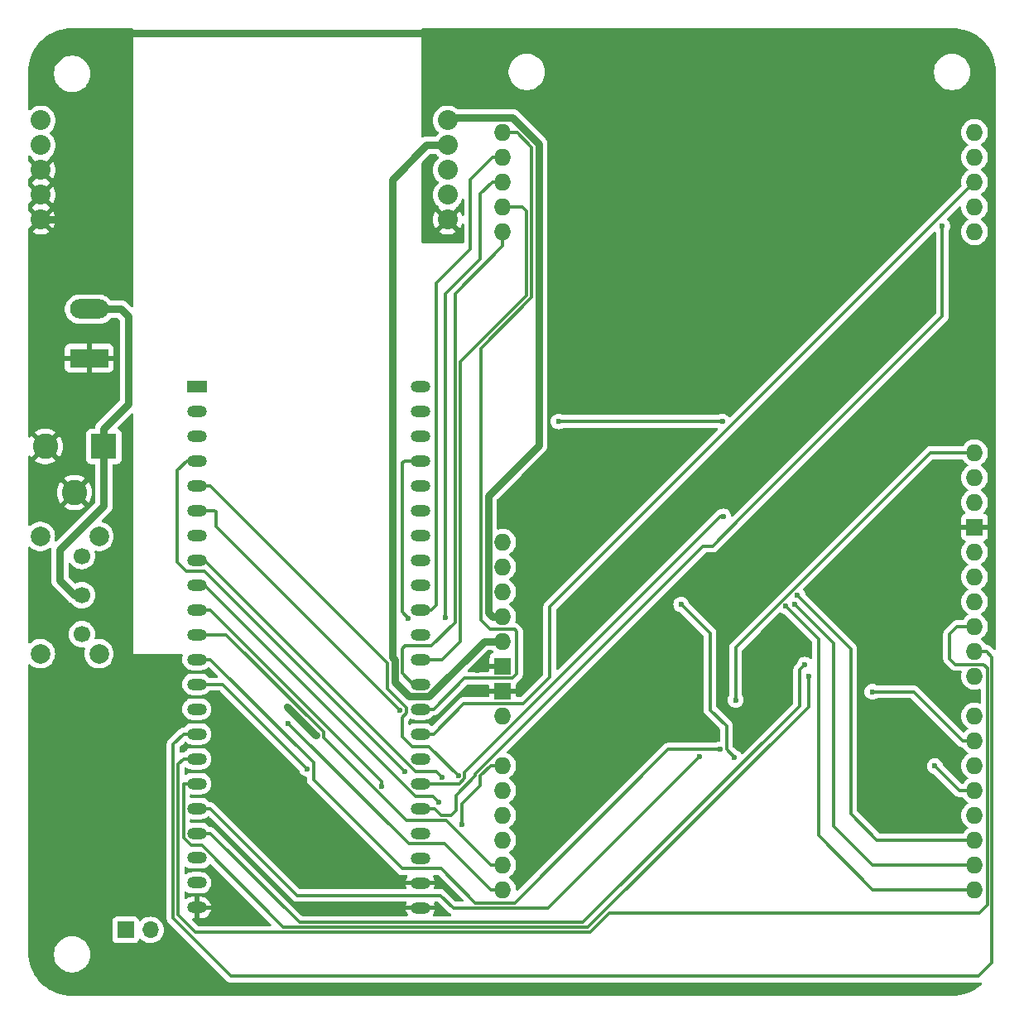
<source format=gbl>
%TF.GenerationSoftware,KiCad,Pcbnew,8.0.0*%
%TF.CreationDate,2024-06-28T13:29:57-04:00*%
%TF.ProjectId,myBaseBoardDesignv1,6d794261-7365-4426-9f61-726444657369,rev?*%
%TF.SameCoordinates,Original*%
%TF.FileFunction,Copper,L2,Bot*%
%TF.FilePolarity,Positive*%
%FSLAX46Y46*%
G04 Gerber Fmt 4.6, Leading zero omitted, Abs format (unit mm)*
G04 Created by KiCad (PCBNEW 8.0.0) date 2024-06-28 13:29:57*
%MOMM*%
%LPD*%
G01*
G04 APERTURE LIST*
%TA.AperFunction,ComponentPad*%
%ADD10R,1.700000X1.700000*%
%TD*%
%TA.AperFunction,ComponentPad*%
%ADD11O,1.700000X1.700000*%
%TD*%
%TA.AperFunction,ComponentPad*%
%ADD12C,2.032000*%
%TD*%
%TA.AperFunction,ComponentPad*%
%ADD13O,1.727200X1.727200*%
%TD*%
%TA.AperFunction,ComponentPad*%
%ADD14R,1.727200X1.727200*%
%TD*%
%TA.AperFunction,ComponentPad*%
%ADD15R,3.960000X1.980000*%
%TD*%
%TA.AperFunction,ComponentPad*%
%ADD16O,3.960000X1.980000*%
%TD*%
%TA.AperFunction,ComponentPad*%
%ADD17C,1.700000*%
%TD*%
%TA.AperFunction,ComponentPad*%
%ADD18C,2.000000*%
%TD*%
%TA.AperFunction,ComponentPad*%
%ADD19O,2.000000X1.200000*%
%TD*%
%TA.AperFunction,ComponentPad*%
%ADD20R,2.000000X1.200000*%
%TD*%
%TA.AperFunction,ComponentPad*%
%ADD21R,2.600000X2.600000*%
%TD*%
%TA.AperFunction,ComponentPad*%
%ADD22C,2.600000*%
%TD*%
%TA.AperFunction,ViaPad*%
%ADD23C,0.600000*%
%TD*%
%TA.AperFunction,ViaPad*%
%ADD24C,0.700000*%
%TD*%
%TA.AperFunction,Conductor*%
%ADD25C,0.762000*%
%TD*%
%TA.AperFunction,Conductor*%
%ADD26C,0.304800*%
%TD*%
G04 APERTURE END LIST*
D10*
%TO.P,J3,1,Pin_1*%
%TO.N,+5V*%
X83225000Y-143250000D03*
D11*
%TO.P,J3,2,Pin_2*%
%TO.N,/5V_AFT1*%
X85765000Y-143250000D03*
%TD*%
D12*
%TO.P,J1,62,+3V3*%
%TO.N,+3V3*%
X116165000Y-60460000D03*
%TO.P,J1,61,+5V*%
%TO.N,+5V*%
X116165000Y-63000000D03*
%TO.P,J1,60,VOUT1*%
%TO.N,unconnected-(J1-VOUT1-Pad60)*%
X116165000Y-65540000D03*
%TO.P,J1,59,VOUT2*%
%TO.N,unconnected-(J1-VOUT2-Pad59)*%
X116165000Y-68080000D03*
%TO.P,J1,58,GND*%
%TO.N,GND*%
X116165000Y-70620000D03*
%TO.P,J1,57,GND*%
X74550000Y-70620000D03*
%TO.P,J1,56,GND*%
X74550000Y-68080000D03*
%TO.P,J1,55,GND*%
X74550000Y-65540000D03*
%TO.P,J1,54,VIN*%
%TO.N,VIN*%
X74550000Y-63000000D03*
%TO.P,J1,53,VIN*%
X74550000Y-60460000D03*
D13*
%TO.P,J1,48,SCL_GP48*%
%TO.N,GP48*%
X170050000Y-94446000D03*
%TO.P,J1,47,SDA_GP47*%
%TO.N,GP47*%
X170050000Y-96986000D03*
%TO.P,J1,46,GP46*%
%TO.N,GP46*%
X170050000Y-71840000D03*
%TO.P,J1,45,GP45*%
%TO.N,GP45*%
X170050000Y-66760000D03*
%TO.P,J1,42,GP42*%
%TO.N,GP42*%
X170050000Y-61680000D03*
%TO.P,J1,41,RX_GP41*%
%TO.N,GP41*%
X170050000Y-136610000D03*
%TO.P,J1,40,TX_GP40*%
%TO.N,GP40*%
X170050000Y-139150000D03*
%TO.P,J1,39,GP39*%
%TO.N,GP39*%
X170050000Y-64220000D03*
%TO.P,J1,38,GP38*%
%TO.N,GP38*%
X121790000Y-64220000D03*
%TO.P,J1,37,GP37*%
%TO.N,GP37*%
X121790000Y-66760000D03*
%TO.P,J1,36,GP36*%
%TO.N,GP36*%
X121790000Y-69300000D03*
%TO.P,J1,35,GP35*%
%TO.N,GP35*%
X121790000Y-71840000D03*
%TO.P,J1,32,+3V3*%
%TO.N,+3V3*%
X170050000Y-99526000D03*
D14*
%TO.P,J1,30,GND*%
%TO.N,GND*%
X170050000Y-102066000D03*
D13*
%TO.P,J1,29,NC*%
%TO.N,unconnected-(J1-NC-Pad29)*%
X121790000Y-103590000D03*
%TO.P,J1,28,IOREF*%
%TO.N,unconnected-(J1-IOREF-Pad28)*%
X121790000Y-106130000D03*
%TO.P,J1,27,~{RST}*%
%TO.N,~{RST}*%
X121790000Y-108670000D03*
%TO.P,J1,26,+3V3*%
%TO.N,+3V3*%
X121790000Y-111210000D03*
%TO.P,J1,25,+5V*%
%TO.N,+5V*%
X121790000Y-113750000D03*
D14*
%TO.P,J1,24,GND*%
%TO.N,GND*%
X121790000Y-116290000D03*
%TO.P,J1,23,GND*%
X121790000Y-118830000D03*
D13*
%TO.P,J1,22,VIN*%
%TO.N,VIN*%
X121790000Y-121370000D03*
%TO.P,J1,21,GP21*%
%TO.N,GP21*%
X170050000Y-69300000D03*
%TO.P,J1,18,GP18*%
%TO.N,GP18*%
X121790000Y-136610000D03*
%TO.P,J1,17,GP17*%
%TO.N,GP17*%
X121790000Y-134070000D03*
%TO.P,J1,16,GP16*%
%TO.N,GP16*%
X121790000Y-131530000D03*
%TO.P,J1,15,GP15*%
%TO.N,GP15*%
X121790000Y-128990000D03*
%TO.P,J1,14,GP14*%
%TO.N,GP14*%
X121790000Y-126450000D03*
%TO.P,J1,13,GP13*%
%TO.N,GP13*%
X170050000Y-104606000D03*
%TO.P,J1,12,GP12*%
%TO.N,GP12*%
X170050000Y-107146000D03*
%TO.P,J1,11,GP11*%
%TO.N,GP11*%
X170050000Y-109686000D03*
%TO.P,J1,10,GP10*%
%TO.N,GP10*%
X170050000Y-112226000D03*
%TO.P,J1,9,GP9*%
%TO.N,GP9*%
X170050000Y-114766000D03*
%TO.P,J1,8,GP8*%
%TO.N,GP8*%
X170050000Y-117306000D03*
%TO.P,J1,7,GP7*%
%TO.N,GP7*%
X170050000Y-121370000D03*
%TO.P,J1,6,GP6*%
%TO.N,GP6*%
X170050000Y-123910000D03*
%TO.P,J1,5,GP5*%
%TO.N,GP5*%
X170050000Y-126450000D03*
%TO.P,J1,4,GP4*%
%TO.N,GP4*%
X170050000Y-128990000D03*
%TO.P,J1,3,GP3*%
%TO.N,GP3*%
X170050000Y-131530000D03*
%TO.P,J1,2,GP2*%
%TO.N,GP2*%
X170050000Y-134070000D03*
%TO.P,J1,1,GP1*%
%TO.N,GP1*%
X121790000Y-139150000D03*
%TO.P,J1,0,GP0*%
%TO.N,GP0*%
X121790000Y-61680000D03*
%TD*%
D15*
%TO.P,J4,1,Pin_1*%
%TO.N,GND*%
X79500000Y-84765000D03*
D16*
%TO.P,J4,2,Pin_2*%
%TO.N,/PWRA*%
X79500000Y-79765000D03*
%TD*%
D17*
%TO.P,SW1,3,C*%
%TO.N,unconnected-(SW1-C-Pad3)*%
X78750000Y-113000000D03*
%TO.P,SW1,2,B*%
%TO.N,/PWRA*%
X78750000Y-109000000D03*
%TO.P,SW1,1,A*%
%TO.N,/PWRB*%
X78750000Y-105000000D03*
D18*
%TO.P,SW1,*%
%TO.N,*%
X74500000Y-115000000D03*
X80500000Y-115000000D03*
X74500000Y-103000000D03*
X80500000Y-103000000D03*
%TD*%
D19*
%TO.P,U1,44,GND*%
%TO.N,GND*%
X113360000Y-87640000D03*
%TO.P,U1,43,GPIO43/U0TXD*%
%TO.N,unconnected-(U1-GPIO43{slash}U0TXD-Pad43)*%
X113360000Y-90180000D03*
%TO.P,U1,42,GPIO44/U0RXD*%
%TO.N,unconnected-(U1-GPIO44{slash}U0RXD-Pad42)*%
X113360000Y-92720000D03*
%TO.P,U1,41,GPIO1/ADC1_CH0*%
%TO.N,GP1*%
X113360000Y-95260000D03*
%TO.P,U1,40,GPIO2/ADC1_CH1*%
%TO.N,GP2*%
X113360000Y-97800000D03*
%TO.P,U1,39,GPIO42/MTMS*%
%TO.N,GP42*%
X113360000Y-100340000D03*
%TO.P,U1,38,GPIO41/MTDI*%
%TO.N,GP41*%
X113360000Y-102880000D03*
%TO.P,U1,37,GPIO40/MTDO*%
%TO.N,GP40*%
X113360000Y-105420000D03*
%TO.P,U1,36,GPIO39/MTCK*%
%TO.N,GP39*%
X113360000Y-107960000D03*
%TO.P,U1,35,GPIO38*%
%TO.N,GP38*%
X113360000Y-110500000D03*
%TO.P,U1,34,GPIO37*%
%TO.N,GP37*%
X113360000Y-113040000D03*
%TO.P,U1,33,GPIO36*%
%TO.N,GP36*%
X113360000Y-115580000D03*
%TO.P,U1,32,GPIO35*%
%TO.N,GP35*%
X113360000Y-118120000D03*
%TO.P,U1,31,GPIO0*%
%TO.N,GP0*%
X113360000Y-120660000D03*
%TO.P,U1,30,GPIO45*%
%TO.N,GP45*%
X113360000Y-123200000D03*
%TO.P,U1,29,GPIO48*%
%TO.N,GP48*%
X113360000Y-125740000D03*
%TO.P,U1,28,GPIO47*%
%TO.N,GP47*%
X113360000Y-128280000D03*
%TO.P,U1,27,GPIO21*%
%TO.N,GP21*%
X113360000Y-130820000D03*
%TO.P,U1,26,GPIO20/USB_D+*%
%TO.N,unconnected-(U1-GPIO20{slash}USB_D+-Pad26)*%
X113360000Y-133360000D03*
%TO.P,U1,25,GPIO19/USB_D-*%
%TO.N,unconnected-(U1-GPIO19{slash}USB_D--Pad25)*%
X113360000Y-135900000D03*
%TO.P,U1,24,GND*%
%TO.N,GND*%
X113360000Y-138440000D03*
%TO.P,U1,23,GND*%
X113360000Y-140980000D03*
%TO.P,U1,22,GND*%
X90496320Y-140977280D03*
%TO.P,U1,21,5V*%
%TO.N,/5V_AFT2*%
X90496320Y-138437280D03*
%TO.P,U1,20,GPIO14/ADC2_CH3*%
%TO.N,GP14*%
X90496320Y-135897280D03*
%TO.P,U1,19,GPIO13/ADC2_CH2*%
%TO.N,GP13*%
X90500000Y-133360000D03*
%TO.P,U1,18,GPIO12/ADC2_CH1*%
%TO.N,GP12*%
X90500000Y-130820000D03*
%TO.P,U1,17,GPIO11/ADC2_CH0*%
%TO.N,GP11*%
X90500000Y-128280000D03*
%TO.P,U1,16,GPIO10/ADC1_CH9*%
%TO.N,GP10*%
X90500000Y-125740000D03*
%TO.P,U1,15,GPIO9/ADC1_CH8*%
%TO.N,GP9*%
X90500000Y-123200000D03*
%TO.P,U1,14,GPIO46*%
%TO.N,GP46*%
X90500000Y-120660000D03*
%TO.P,U1,13,GPIO3/ADC1_CH2*%
%TO.N,GP3*%
X90500000Y-118120000D03*
%TO.P,U1,12,GPIO8/ADC1_CH7*%
%TO.N,GP8*%
X90500000Y-115580000D03*
%TO.P,U1,11,GPIO18/ADC2_CH7*%
%TO.N,GP18*%
X90500000Y-113040000D03*
%TO.P,U1,10,GPIO17/ADC2_CH6*%
%TO.N,GP17*%
X90500000Y-110500000D03*
%TO.P,U1,9,GPIO16/ADC2_CH5/32K_N*%
%TO.N,GP16*%
X90500000Y-107960000D03*
%TO.P,U1,8,GPIO15/ADC2_CH4/32K_P*%
%TO.N,GP15*%
X90500000Y-105420000D03*
%TO.P,U1,7,GPIO7/ADC1_CH6*%
%TO.N,GP7*%
X90500000Y-102880000D03*
%TO.P,U1,6,GPIO6/ADC1_CH5*%
%TO.N,GP6*%
X90500000Y-100340000D03*
%TO.P,U1,5,GPIO5/ADC1_CH4*%
%TO.N,GP5*%
X90500000Y-97800000D03*
%TO.P,U1,4,GPIO4/ADC1_CH3*%
%TO.N,GP4*%
X90500000Y-95260000D03*
%TO.P,U1,3,CHIP_PU*%
%TO.N,~{RST}*%
X90500000Y-92720000D03*
%TO.P,U1,2,3V3*%
%TO.N,unconnected-(U1-3V3-Pad1)_0*%
X90500000Y-90180000D03*
D20*
%TO.P,U1,1,3V3*%
%TO.N,unconnected-(U1-3V3-Pad1)*%
X90500000Y-87640000D03*
%TD*%
D21*
%TO.P,J2,1*%
%TO.N,/PWRA*%
X81000000Y-93800000D03*
D22*
%TO.P,J2,2*%
%TO.N,GND*%
X75000000Y-93800000D03*
%TO.P,J2,3*%
X78000000Y-98500000D03*
%TD*%
D23*
%TO.N,GND*%
X73750000Y-146250000D03*
X81750000Y-145500000D03*
X82750000Y-101250000D03*
X82750000Y-103750000D03*
X82750000Y-106500000D03*
X82750000Y-108500000D03*
X82750000Y-110750000D03*
X90000000Y-147000000D03*
X90000000Y-148500000D03*
X91500000Y-147000000D03*
X91500000Y-148500000D03*
X93000000Y-149500000D03*
X93000000Y-140000000D03*
X93000000Y-142000000D03*
X95500000Y-142000000D03*
X101000000Y-149500000D03*
X99000000Y-149500000D03*
X97000000Y-149500000D03*
X95000000Y-149500000D03*
D24*
%TO.N,VIN*%
X102731800Y-123316900D03*
X99749500Y-120453600D03*
D23*
%TO.N,GND*%
X150000000Y-70000000D03*
X160000000Y-65000000D03*
X76000000Y-141750000D03*
X145000000Y-60000000D03*
X79000000Y-117000000D03*
X123750000Y-136500000D03*
X160000000Y-60000000D03*
X155000000Y-90000000D03*
X140000000Y-116000000D03*
X140000000Y-89000000D03*
X129000000Y-131750000D03*
X80500000Y-143000000D03*
X116000000Y-55250000D03*
X134000000Y-116000000D03*
X150000000Y-60000000D03*
X75500000Y-90000000D03*
X140000000Y-70000000D03*
X130000000Y-75000000D03*
X110000000Y-137000000D03*
X137500000Y-86000000D03*
X74000000Y-143000000D03*
X82169000Y-129413000D03*
X171000000Y-86000000D03*
X171000000Y-83500000D03*
X116500000Y-139500000D03*
X144250000Y-115750000D03*
X160000000Y-85000000D03*
X127800000Y-112600000D03*
X108000000Y-138500000D03*
X135000000Y-70000000D03*
X140000000Y-55000000D03*
X123600000Y-118400000D03*
X102600000Y-141000000D03*
X171000000Y-78000000D03*
X103000000Y-149500000D03*
X102000000Y-138500000D03*
X145000000Y-55000000D03*
X130000000Y-65000000D03*
X124400000Y-117200000D03*
X105800000Y-141000000D03*
X76500000Y-129250000D03*
X135000000Y-65000000D03*
X84328000Y-133731000D03*
X164750000Y-132000000D03*
X120250000Y-115250000D03*
X130000000Y-55000000D03*
X150000000Y-95000000D03*
X75500000Y-79500000D03*
X120000000Y-118800000D03*
X139500000Y-86000000D03*
X79500000Y-74000000D03*
X130000000Y-80000000D03*
X167500000Y-88500000D03*
X118000000Y-149000000D03*
X130000000Y-92500000D03*
X155000000Y-60000000D03*
X155000000Y-75000000D03*
X124000000Y-132000000D03*
X80500000Y-133500000D03*
X77000000Y-137750000D03*
X132500000Y-86000000D03*
X164000000Y-93000000D03*
D24*
X116000000Y-51500000D03*
D23*
X164500000Y-123500000D03*
X165000000Y-80000000D03*
X135000000Y-86000000D03*
X142000000Y-149000000D03*
X162000000Y-109000000D03*
X82750000Y-114500000D03*
X140000000Y-60000000D03*
X80500000Y-137750000D03*
X79200000Y-128800000D03*
X160000000Y-70000000D03*
X130000000Y-70000000D03*
X127750000Y-115000000D03*
X129500000Y-113000000D03*
X155000000Y-55000000D03*
X85217000Y-137795000D03*
X145000000Y-113000000D03*
X135000000Y-80000000D03*
X145000000Y-75000000D03*
X130000000Y-60000000D03*
X118600000Y-118800000D03*
X145600000Y-98800000D03*
X155000000Y-70000000D03*
X115400000Y-141400000D03*
X119250000Y-116750000D03*
X158000000Y-93000000D03*
X93000000Y-124000000D03*
X75500000Y-109500000D03*
X171000000Y-80500000D03*
X150000000Y-65000000D03*
X130000000Y-89000000D03*
X140000000Y-75000000D03*
X148000000Y-116000000D03*
X135000000Y-60000000D03*
X158000000Y-98500000D03*
X160000000Y-55000000D03*
X171000000Y-75500000D03*
X97000000Y-124000000D03*
X76500000Y-74000000D03*
X79000000Y-141500000D03*
X145000000Y-65000000D03*
X108200000Y-141000000D03*
X140000000Y-80000000D03*
X169000000Y-119500000D03*
X75500000Y-101000000D03*
X75500000Y-112500000D03*
X145000000Y-80000000D03*
X152000000Y-98500000D03*
X135000000Y-92500000D03*
X129000000Y-86000000D03*
X151000000Y-116000000D03*
X75500000Y-84500000D03*
X73750000Y-125000000D03*
X150000000Y-55000000D03*
X135000000Y-55000000D03*
X115400000Y-138400000D03*
X167500000Y-103500000D03*
X135000000Y-75000000D03*
X135000000Y-89000000D03*
X150000000Y-75000000D03*
X158000000Y-113000000D03*
X161750000Y-132000000D03*
X79100000Y-149500000D03*
X150000000Y-80000000D03*
X125000000Y-115000000D03*
X155000000Y-65000000D03*
X163000000Y-149000000D03*
X163500000Y-107500000D03*
X140000000Y-65000000D03*
X129000000Y-149000000D03*
X145000000Y-70000000D03*
%TO.N,GP6*%
X111301300Y-120809600D03*
X159593300Y-118894400D03*
%TO.N,GP3*%
X101767400Y-126770400D03*
%TO.N,GP17*%
X109412700Y-128572800D03*
%TO.N,GP8*%
X144000000Y-124781400D03*
%TO.N,GP48*%
X145617900Y-119735000D03*
%TO.N,GP40*%
X150733900Y-110158300D03*
%TO.N,GP14*%
X117633400Y-132460800D03*
%TO.N,GP37*%
X115905200Y-111303200D03*
%TO.N,GP7*%
X145500000Y-125624100D03*
X140038250Y-109961750D03*
%TO.N,GP46*%
X144250000Y-91250000D03*
X127500000Y-91250000D03*
%TO.N,GP12*%
X141959500Y-125500000D03*
%TO.N,GP4*%
X111809600Y-127092800D03*
X166000000Y-126500000D03*
%TO.N,GP16*%
X115278950Y-130221050D03*
%TO.N,GP5*%
X117242600Y-127478700D03*
%TO.N,GP1*%
X112133000Y-111369100D03*
X99832800Y-122104000D03*
%TO.N,GP41*%
X151688700Y-109947100D03*
%TO.N,GP21*%
X166750000Y-71250000D03*
%TO.N,GP11*%
X153057000Y-117307100D03*
%TO.N,GP13*%
X152703100Y-116120900D03*
%TO.N,GP15*%
X115572800Y-127610800D03*
%TO.N,GP2*%
X151928700Y-109047600D03*
%TO.N,GP47*%
X144361300Y-100960900D03*
%TD*%
D25*
%TO.N,+5V*%
X114000000Y-63000000D02*
X116165000Y-63000000D01*
X110500000Y-66500000D02*
X114000000Y-63000000D01*
X110500000Y-115408716D02*
X110500000Y-66500000D01*
%TO.N,VIN*%
X102612800Y-123316900D02*
X102731800Y-123316900D01*
X99749500Y-120453600D02*
X102612800Y-123316900D01*
%TO.N,GND*%
X81500000Y-52500000D02*
X81500000Y-58000000D01*
X116000000Y-51500000D02*
X82500000Y-51500000D01*
X82500000Y-51500000D02*
X81500000Y-52500000D01*
X81500000Y-58000000D02*
X79000000Y-60500000D01*
X77380000Y-70620000D02*
X74550000Y-70620000D01*
X79000000Y-60500000D02*
X79000000Y-69000000D01*
X79000000Y-69000000D02*
X77380000Y-70620000D01*
D26*
%TO.N,GP6*%
X163816800Y-118894500D02*
X159593300Y-118894500D01*
X92500000Y-100500000D02*
X92500000Y-102008300D01*
X90500000Y-100340000D02*
X92340000Y-100340000D01*
X159593300Y-118894500D02*
X159593300Y-118894400D01*
X168832300Y-123910000D02*
X163816800Y-118894500D01*
X92340000Y-100340000D02*
X92500000Y-100500000D01*
X92500000Y-102008300D02*
X111301300Y-120809600D01*
X170050000Y-123910000D02*
X168832300Y-123910000D01*
%TO.N,GP3*%
X101767400Y-126770400D02*
X93117000Y-118120000D01*
X93117000Y-118120000D02*
X91854100Y-118120000D01*
X90500000Y-118120000D02*
X91854100Y-118120000D01*
%TO.N,GP36*%
X113360000Y-115580000D02*
X115567050Y-115580000D01*
X117424700Y-85167700D02*
X124261800Y-78330600D01*
X124261800Y-78330600D02*
X124261800Y-69761800D01*
X123800000Y-69300000D02*
X121790000Y-69300000D01*
X115567050Y-115580000D02*
X117424700Y-113722350D01*
X117424700Y-113722350D02*
X117424700Y-85167700D01*
X124261800Y-69761800D02*
X123800000Y-69300000D01*
D25*
%TO.N,+3V3*%
X125500000Y-93677000D02*
X120311900Y-98865100D01*
X120311900Y-98865100D02*
X120311900Y-110811900D01*
X120710000Y-111210000D02*
X121790000Y-111210000D01*
X120311900Y-110811900D02*
X120710000Y-111210000D01*
X125500000Y-62891600D02*
X125500000Y-93677000D01*
X116448300Y-60176700D02*
X122785100Y-60176700D01*
X116165000Y-60460000D02*
X116448300Y-60176700D01*
X122785100Y-60176700D02*
X125500000Y-62891600D01*
D26*
%TO.N,GP17*%
X91854100Y-110500000D02*
X109412700Y-128058600D01*
X109412700Y-128058600D02*
X109412700Y-128572800D01*
X90500000Y-110500000D02*
X91854100Y-110500000D01*
%TO.N,GP8*%
X115509000Y-137000000D02*
X111500000Y-137000000D01*
X111500000Y-137000000D02*
X102421500Y-127921500D01*
X144000000Y-124781400D02*
X138718600Y-124781400D01*
X138718600Y-124781400D02*
X123004800Y-140495200D01*
X91854100Y-115580000D02*
X90500000Y-115580000D01*
X102421500Y-126147400D02*
X91854100Y-115580000D01*
X102421500Y-127921500D02*
X102421500Y-126147400D01*
X123004800Y-140495200D02*
X119004200Y-140495200D01*
X119004200Y-140495200D02*
X115509000Y-137000000D01*
%TO.N,GP48*%
X170050000Y-94446000D02*
X165521300Y-94446000D01*
X165521300Y-94446000D02*
X145617900Y-114349400D01*
X145617900Y-114349400D02*
X145617900Y-119735000D01*
%TO.N,GP18*%
X90500000Y-113040000D02*
X91854100Y-113040000D01*
X93494500Y-113040000D02*
X103466900Y-123012400D01*
X116033600Y-132071300D02*
X120572300Y-136610000D01*
X111960200Y-132071300D02*
X116033600Y-132071300D01*
X103466900Y-123578000D02*
X111960200Y-132071300D01*
X121790000Y-136610000D02*
X120572300Y-136610000D01*
X91854100Y-113040000D02*
X93494500Y-113040000D01*
X103466900Y-123012400D02*
X103466900Y-123578000D01*
%TO.N,GP40*%
X154093400Y-133593400D02*
X159650000Y-139150000D01*
X150733900Y-110158300D02*
X154093400Y-113517800D01*
X159650000Y-139150000D02*
X170050000Y-139150000D01*
X154093400Y-113517800D02*
X154093400Y-133593400D01*
%TO.N,GP9*%
X170436200Y-148000000D02*
X171847100Y-146589100D01*
X94000000Y-148000000D02*
X170436200Y-148000000D01*
X171847100Y-146589100D02*
X171847100Y-115341786D01*
X89145900Y-123200000D02*
X88079600Y-124266300D01*
X88079600Y-124266300D02*
X88079600Y-142079600D01*
X88079600Y-142079600D02*
X94000000Y-148000000D01*
X90500000Y-123200000D02*
X89145900Y-123200000D01*
X169408000Y-114766000D02*
X170050000Y-114766000D01*
X171271314Y-114766000D02*
X170050000Y-114766000D01*
X171847100Y-115341786D02*
X171271314Y-114766000D01*
%TO.N,GP14*%
X117633400Y-130366600D02*
X117633400Y-132460800D01*
X120550000Y-126450000D02*
X119500000Y-127500000D01*
X121790000Y-126450000D02*
X120550000Y-126450000D01*
X119500000Y-127500000D02*
X119500000Y-128500000D01*
X119500000Y-128500000D02*
X117633400Y-130366600D01*
%TO.N,GP37*%
X119506700Y-74627000D02*
X115905200Y-78228500D01*
X119506700Y-67993300D02*
X119506700Y-74627000D01*
X115905200Y-78228500D02*
X115905200Y-111303200D01*
X120740000Y-66760000D02*
X119506700Y-67993300D01*
X121790000Y-66760000D02*
X120740000Y-66760000D01*
D25*
%TO.N,+5V*%
X119868500Y-113750000D02*
X114270800Y-119347700D01*
X121790000Y-113750000D02*
X119868500Y-113750000D01*
X110734200Y-115642916D02*
X110500000Y-115408716D01*
X112167300Y-119347700D02*
X110734200Y-117914600D01*
X110734200Y-117914600D02*
X110734200Y-115642916D01*
X114270800Y-119347700D02*
X112167300Y-119347700D01*
D26*
%TO.N,GP10*%
X88588400Y-126297500D02*
X88588400Y-141735950D01*
X132713895Y-141500000D02*
X170500000Y-141500000D01*
X170500000Y-141500000D02*
X171342300Y-140657700D01*
X168274000Y-112226000D02*
X170050000Y-112226000D01*
X123420579Y-143497600D02*
X125079421Y-143497600D01*
X171342300Y-140657700D02*
X171342300Y-116500000D01*
X125081821Y-143500000D02*
X130713895Y-143500000D01*
X168090000Y-116090000D02*
X167500000Y-115500000D01*
X89145900Y-125740000D02*
X88588400Y-126297500D01*
X167500000Y-115500000D02*
X167500000Y-113000000D01*
X130713895Y-143500000D02*
X132713895Y-141500000D01*
X125079421Y-143497600D02*
X125081821Y-143500000D01*
X167500000Y-113000000D02*
X168274000Y-112226000D01*
X171342300Y-116500000D02*
X170932300Y-116090000D01*
X90500000Y-125740000D02*
X89145900Y-125740000D01*
X88588400Y-141735950D02*
X90352450Y-143500000D01*
X170932300Y-116090000D02*
X168090000Y-116090000D01*
X123418179Y-143500000D02*
X123420579Y-143497600D01*
X90352450Y-143500000D02*
X123418179Y-143500000D01*
%TO.N,GP7*%
X144678500Y-124802600D02*
X144678500Y-122428500D01*
X145500000Y-125624100D02*
X144678500Y-124802600D01*
X143000000Y-120750000D02*
X143000000Y-112923500D01*
X144678500Y-122428500D02*
X143000000Y-120750000D01*
X143000000Y-112923500D02*
X140038250Y-109961750D01*
%TO.N,GP45*%
X114714100Y-123200000D02*
X117814100Y-120100000D01*
X113360000Y-123200000D02*
X114714100Y-123200000D01*
X123900000Y-120100000D02*
X126600000Y-117400000D01*
X126600000Y-117400000D02*
X126600000Y-110210000D01*
X126600000Y-110210000D02*
X170050000Y-66760000D01*
X117814100Y-120100000D02*
X123900000Y-120100000D01*
%TO.N,GP46*%
X144250000Y-91250000D02*
X127500000Y-91250000D01*
%TO.N,GP12*%
X126459500Y-141000000D02*
X116740500Y-141000000D01*
X100744100Y-139710000D02*
X91854100Y-130820000D01*
X91854100Y-130820000D02*
X90500000Y-130820000D01*
X115450500Y-139710000D02*
X100744100Y-139710000D01*
X141959500Y-125500000D02*
X126459500Y-141000000D01*
X116740500Y-141000000D02*
X115450500Y-139710000D01*
%TO.N,GP4*%
X91246200Y-106529400D02*
X111809600Y-127092800D01*
X168510000Y-128990000D02*
X170050000Y-128990000D01*
X89430250Y-106529400D02*
X91246200Y-106529400D01*
X89490000Y-95260000D02*
X88500000Y-96250000D01*
X90500000Y-95260000D02*
X89490000Y-95260000D01*
X168500000Y-129000000D02*
X168510000Y-128990000D01*
X166000000Y-126500000D02*
X168500000Y-129000000D01*
X88500000Y-96250000D02*
X88500000Y-105599150D01*
X88500000Y-105599150D02*
X89430250Y-106529400D01*
%TO.N,GP35*%
X116918200Y-111781800D02*
X114500000Y-114200000D01*
X121790000Y-71840000D02*
X121790000Y-73315600D01*
X111500000Y-114500000D02*
X111500000Y-117000000D01*
X112620000Y-118120000D02*
X113360000Y-118120000D01*
X114500000Y-114200000D02*
X111800000Y-114200000D01*
X111500000Y-117000000D02*
X112620000Y-118120000D01*
X121790000Y-73315600D02*
X116918200Y-78187400D01*
X116918200Y-78187400D02*
X116918200Y-111781800D01*
X111800000Y-114200000D02*
X111500000Y-114500000D01*
%TO.N,GP16*%
X112871000Y-129569300D02*
X91261700Y-107960000D01*
X115278950Y-130221050D02*
X114627200Y-129569300D01*
X91261700Y-107960000D02*
X90500000Y-107960000D01*
X114627200Y-129569300D02*
X112871000Y-129569300D01*
%TO.N,GP5*%
X110000800Y-118584200D02*
X110000900Y-118584200D01*
X91854100Y-97800000D02*
X110000800Y-115946700D01*
X111953700Y-121079833D02*
X111500000Y-121533533D01*
X112500000Y-124500000D02*
X114263900Y-124500000D01*
X111500000Y-121533533D02*
X111500000Y-123500000D01*
X111953700Y-120537000D02*
X111953700Y-121079833D01*
X111500000Y-123500000D02*
X112500000Y-124500000D01*
X110000900Y-118584200D02*
X111953700Y-120537000D01*
X114263900Y-124500000D02*
X117242600Y-127478700D01*
X90500000Y-97800000D02*
X91854100Y-97800000D01*
X110000800Y-115946700D02*
X110000800Y-118584200D01*
%TO.N,GP1*%
X111740000Y-95260000D02*
X111500000Y-95500000D01*
X115864600Y-134442300D02*
X120572300Y-139150000D01*
X99832800Y-122104000D02*
X112171100Y-134442300D01*
X111500000Y-95500000D02*
X111500000Y-110736100D01*
X121790000Y-139150000D02*
X120572300Y-139150000D01*
X111500000Y-110736100D02*
X112133000Y-111369100D01*
X112171100Y-134442300D02*
X115864600Y-134442300D01*
X113360000Y-95260000D02*
X111740000Y-95260000D01*
%TO.N,GP0*%
X122800300Y-117507700D02*
X123204700Y-117103300D01*
X120500000Y-112500000D02*
X119544900Y-111544900D01*
X117866400Y-117507700D02*
X122800300Y-117507700D01*
X123204700Y-112704700D02*
X123000000Y-112500000D01*
X123000000Y-112500000D02*
X120500000Y-112500000D01*
X119544900Y-111544900D02*
X119544900Y-83763700D01*
X114714100Y-120660000D02*
X117866400Y-117507700D01*
X113360000Y-120660000D02*
X114714100Y-120660000D01*
X123204700Y-117103300D02*
X123204700Y-112704700D01*
X123251216Y-61680000D02*
X121790000Y-61680000D01*
X124766600Y-63195384D02*
X123251216Y-61680000D01*
X119544900Y-83763700D02*
X124766600Y-78542000D01*
X124766600Y-78542000D02*
X124766600Y-63195384D01*
%TO.N,GP38*%
X115000000Y-110000000D02*
X114500000Y-110500000D01*
X115000000Y-77140600D02*
X115000000Y-110000000D01*
X118500000Y-73640600D02*
X115000000Y-77140600D01*
X121790000Y-64220000D02*
X120780000Y-64220000D01*
X120780000Y-64220000D02*
X118500000Y-66500000D01*
X114500000Y-110500000D02*
X113360000Y-110500000D01*
X118500000Y-66500000D02*
X118500000Y-73640600D01*
%TO.N,GP41*%
X151688700Y-109947100D02*
X155671500Y-113929900D01*
X159610000Y-136610000D02*
X170050000Y-136610000D01*
X155671500Y-132671500D02*
X159610000Y-136610000D01*
X155671500Y-113929900D02*
X155671500Y-132671500D01*
%TO.N,GP21*%
X146250000Y-101000000D02*
X166750000Y-80500000D01*
X166750000Y-80500000D02*
X166750000Y-71250000D01*
X117000000Y-131000000D02*
X117000000Y-129500000D01*
X115500000Y-131500000D02*
X116500000Y-131500000D01*
X142286104Y-104000000D02*
X143250000Y-104000000D01*
X118995200Y-127504800D02*
X118995200Y-127290904D01*
X116500000Y-131500000D02*
X117000000Y-131000000D01*
X118995200Y-127290904D02*
X142286104Y-104000000D01*
X113360000Y-130820000D02*
X114820000Y-130820000D01*
X117000000Y-129500000D02*
X118995200Y-127504800D01*
X143250000Y-104000000D02*
X146250000Y-101000000D01*
X114820000Y-130820000D02*
X115500000Y-131500000D01*
%TO.N,GP11*%
X123209083Y-142995200D02*
X123211484Y-142992800D01*
X89145900Y-133852500D02*
X89922000Y-134628600D01*
X90994700Y-134628600D02*
X99361300Y-142995200D01*
X125288516Y-142992800D02*
X125290916Y-142995200D01*
X89922000Y-134628600D02*
X90994700Y-134628600D01*
X90500000Y-128280000D02*
X89145900Y-128280000D01*
X125290916Y-142995200D02*
X130504800Y-142995200D01*
X99361300Y-142995200D02*
X123209083Y-142995200D01*
X89145900Y-128280000D02*
X89145900Y-133852500D01*
X130504800Y-142995200D02*
X153057000Y-120443000D01*
X123211484Y-142992800D02*
X125288516Y-142992800D01*
X153057000Y-120443000D02*
X153057000Y-117307100D01*
%TO.N,GP13*%
X123002389Y-142488000D02*
X125497611Y-142488000D01*
X122999987Y-142490400D02*
X123002389Y-142488000D01*
X125497611Y-142488000D02*
X125500011Y-142490400D01*
X130009600Y-142490400D02*
X152169500Y-120330500D01*
X125500011Y-142490400D02*
X130009600Y-142490400D01*
X100984500Y-142490400D02*
X122999987Y-142490400D01*
X152169500Y-116654500D02*
X152703100Y-116120900D01*
X152169500Y-120330500D02*
X152169500Y-116654500D01*
X90500000Y-133360000D02*
X91854100Y-133360000D01*
X91854100Y-133360000D02*
X100984500Y-142490400D01*
%TO.N,GP15*%
X90500000Y-105420000D02*
X91269100Y-105420000D01*
X112859100Y-127010000D02*
X114972000Y-127010000D01*
X114972000Y-127010000D02*
X115572800Y-127610800D01*
X91269100Y-105420000D02*
X112859100Y-127010000D01*
%TO.N,GP2*%
X157379400Y-114498300D02*
X157379400Y-131379400D01*
X157379400Y-131379400D02*
X160070000Y-134070000D01*
X151928700Y-109047600D02*
X157379400Y-114498300D01*
X160070000Y-134070000D02*
X170050000Y-134070000D01*
%TO.N,GP47*%
X117363933Y-128280000D02*
X117895000Y-127748933D01*
X113360000Y-128280000D02*
X117363933Y-128280000D01*
X117895000Y-127748933D02*
X117895000Y-127105000D01*
X117895000Y-127105000D02*
X144039100Y-100960900D01*
X144039100Y-100960900D02*
X144361300Y-100960900D01*
D25*
%TO.N,/PWRA*%
X81000000Y-92000000D02*
X81000000Y-93800000D01*
X79500000Y-79765000D02*
X82765000Y-79765000D01*
X81000000Y-99888500D02*
X76500000Y-104388500D01*
X81000000Y-93800000D02*
X81000000Y-99888500D01*
X78000000Y-109000000D02*
X78750000Y-109000000D01*
X83500000Y-89500000D02*
X81000000Y-92000000D01*
X82765000Y-79765000D02*
X83500000Y-80500000D01*
X76500000Y-107500000D02*
X78000000Y-109000000D01*
X76500000Y-104388500D02*
X76500000Y-107500000D01*
X83500000Y-80500000D02*
X83500000Y-89500000D01*
%TD*%
%TA.AperFunction,Conductor*%
%TO.N,GND*%
G36*
X83919334Y-90429809D02*
G01*
X83975267Y-90471681D01*
X83999684Y-90537145D01*
X84000000Y-90545991D01*
X84000000Y-115000000D01*
X88960649Y-115000000D01*
X89027688Y-115019685D01*
X89073443Y-115072489D01*
X89083387Y-115141647D01*
X89078582Y-115162308D01*
X89026598Y-115322299D01*
X88999500Y-115493389D01*
X88999500Y-115666611D01*
X89026598Y-115837701D01*
X89080127Y-116002445D01*
X89158768Y-116156788D01*
X89260586Y-116296928D01*
X89383072Y-116419414D01*
X89523212Y-116521232D01*
X89677555Y-116599873D01*
X89842299Y-116653402D01*
X90013389Y-116680500D01*
X90013390Y-116680500D01*
X90986610Y-116680500D01*
X90986611Y-116680500D01*
X91157701Y-116653402D01*
X91322445Y-116599873D01*
X91476788Y-116521232D01*
X91616928Y-116419414D01*
X91616930Y-116419411D01*
X91620006Y-116417177D01*
X91685812Y-116393697D01*
X91753866Y-116409522D01*
X91780573Y-116429814D01*
X92606178Y-117255419D01*
X92639663Y-117316742D01*
X92634679Y-117386434D01*
X92592807Y-117442367D01*
X92527343Y-117466784D01*
X92518497Y-117467100D01*
X91849114Y-117467100D01*
X91782075Y-117447415D01*
X91748797Y-117415987D01*
X91739414Y-117403072D01*
X91616928Y-117280586D01*
X91476788Y-117178768D01*
X91322445Y-117100127D01*
X91157701Y-117046598D01*
X91157699Y-117046597D01*
X91157698Y-117046597D01*
X91026271Y-117025781D01*
X90986611Y-117019500D01*
X90013389Y-117019500D01*
X89973728Y-117025781D01*
X89842302Y-117046597D01*
X89677552Y-117100128D01*
X89523211Y-117178768D01*
X89443256Y-117236859D01*
X89383072Y-117280586D01*
X89383070Y-117280588D01*
X89383069Y-117280588D01*
X89260588Y-117403069D01*
X89260588Y-117403070D01*
X89260586Y-117403072D01*
X89228369Y-117447415D01*
X89158768Y-117543211D01*
X89080128Y-117697552D01*
X89026597Y-117862302D01*
X89015422Y-117932859D01*
X88999500Y-118033389D01*
X88999500Y-118206611D01*
X89026598Y-118377701D01*
X89080127Y-118542445D01*
X89158768Y-118696788D01*
X89260586Y-118836928D01*
X89383072Y-118959414D01*
X89523212Y-119061232D01*
X89677555Y-119139873D01*
X89842299Y-119193402D01*
X90013389Y-119220500D01*
X90013390Y-119220500D01*
X90986610Y-119220500D01*
X90986611Y-119220500D01*
X91157701Y-119193402D01*
X91322445Y-119139873D01*
X91476788Y-119061232D01*
X91616928Y-118959414D01*
X91739414Y-118836928D01*
X91748797Y-118824013D01*
X91804126Y-118781349D01*
X91849114Y-118772900D01*
X92795197Y-118772900D01*
X92862236Y-118792585D01*
X92882878Y-118809219D01*
X100946108Y-126872449D01*
X100979593Y-126933772D01*
X100981647Y-126946244D01*
X100982030Y-126949649D01*
X101041610Y-127119921D01*
X101096073Y-127206598D01*
X101137584Y-127272662D01*
X101265138Y-127400216D01*
X101417878Y-127496189D01*
X101588145Y-127555768D01*
X101588150Y-127555769D01*
X101658482Y-127563693D01*
X101722896Y-127590759D01*
X101762452Y-127648353D01*
X101768600Y-127686913D01*
X101768600Y-127985807D01*
X101782820Y-128057292D01*
X101782820Y-128057293D01*
X101793689Y-128111936D01*
X101793691Y-128111944D01*
X101842907Y-128230762D01*
X101914362Y-128337704D01*
X101914363Y-128337705D01*
X111083795Y-137507136D01*
X111083798Y-137507139D01*
X111083801Y-137507141D01*
X111190736Y-137578592D01*
X111309556Y-137627809D01*
X111309560Y-137627809D01*
X111309561Y-137627810D01*
X111435692Y-137652900D01*
X111435695Y-137652900D01*
X111928824Y-137652900D01*
X111995863Y-137672585D01*
X112041618Y-137725389D01*
X112051562Y-137794547D01*
X112029141Y-137849787D01*
X112019196Y-137863473D01*
X111940591Y-138017744D01*
X111887085Y-138182415D01*
X111885884Y-138189999D01*
X111885885Y-138190000D01*
X113044314Y-138190000D01*
X113039920Y-138194394D01*
X112987259Y-138285606D01*
X112960000Y-138387339D01*
X112960000Y-138492661D01*
X112987259Y-138594394D01*
X113039920Y-138685606D01*
X113044314Y-138690000D01*
X111885885Y-138690000D01*
X111887085Y-138697584D01*
X111940590Y-138862254D01*
X111948004Y-138876803D01*
X111960901Y-138945472D01*
X111934626Y-139010213D01*
X111877521Y-139050471D01*
X111837520Y-139057100D01*
X101065902Y-139057100D01*
X100998863Y-139037415D01*
X100978221Y-139020781D01*
X92270305Y-130312863D01*
X92270304Y-130312862D01*
X92270300Y-130312859D01*
X92163364Y-130241408D01*
X92044544Y-130192191D01*
X92044538Y-130192189D01*
X91918407Y-130167100D01*
X91918405Y-130167100D01*
X91849114Y-130167100D01*
X91782075Y-130147415D01*
X91748797Y-130115987D01*
X91739414Y-130103072D01*
X91616928Y-129980586D01*
X91476788Y-129878768D01*
X91322445Y-129800127D01*
X91157701Y-129746598D01*
X91157699Y-129746597D01*
X91157698Y-129746597D01*
X91026271Y-129725781D01*
X90986611Y-129719500D01*
X90013389Y-129719500D01*
X89942195Y-129730775D01*
X89872903Y-129721820D01*
X89819452Y-129676823D01*
X89798813Y-129610072D01*
X89798800Y-129608302D01*
X89798800Y-129491697D01*
X89818485Y-129424658D01*
X89871289Y-129378903D01*
X89940447Y-129368959D01*
X89942133Y-129369214D01*
X90013389Y-129380500D01*
X90013390Y-129380500D01*
X90986610Y-129380500D01*
X90986611Y-129380500D01*
X91157701Y-129353402D01*
X91322445Y-129299873D01*
X91476788Y-129221232D01*
X91616928Y-129119414D01*
X91739414Y-128996928D01*
X91841232Y-128856788D01*
X91919873Y-128702445D01*
X91973402Y-128537701D01*
X92000500Y-128366611D01*
X92000500Y-128193389D01*
X91973402Y-128022299D01*
X91919873Y-127857555D01*
X91841232Y-127703212D01*
X91739414Y-127563072D01*
X91616928Y-127440586D01*
X91476788Y-127338768D01*
X91322445Y-127260127D01*
X91157701Y-127206598D01*
X91157699Y-127206597D01*
X91157698Y-127206597D01*
X91026271Y-127185781D01*
X90986611Y-127179500D01*
X90013389Y-127179500D01*
X89973728Y-127185781D01*
X89842302Y-127206597D01*
X89677552Y-127260128D01*
X89523208Y-127338770D01*
X89438185Y-127400543D01*
X89372379Y-127424023D01*
X89304325Y-127408197D01*
X89255630Y-127358092D01*
X89241300Y-127300225D01*
X89241300Y-126719774D01*
X89260985Y-126652735D01*
X89313789Y-126606980D01*
X89382947Y-126597036D01*
X89438183Y-126619454D01*
X89523212Y-126681232D01*
X89677555Y-126759873D01*
X89842299Y-126813402D01*
X90013389Y-126840500D01*
X90013390Y-126840500D01*
X90986610Y-126840500D01*
X90986611Y-126840500D01*
X91157701Y-126813402D01*
X91322445Y-126759873D01*
X91476788Y-126681232D01*
X91616928Y-126579414D01*
X91739414Y-126456928D01*
X91841232Y-126316788D01*
X91919873Y-126162445D01*
X91973402Y-125997701D01*
X92000500Y-125826611D01*
X92000500Y-125653389D01*
X91973402Y-125482299D01*
X91919873Y-125317555D01*
X91841232Y-125163212D01*
X91739414Y-125023072D01*
X91616928Y-124900586D01*
X91476788Y-124798768D01*
X91322445Y-124720127D01*
X91157701Y-124666598D01*
X91157699Y-124666597D01*
X91157698Y-124666597D01*
X91026271Y-124645781D01*
X90986611Y-124639500D01*
X90013389Y-124639500D01*
X89973728Y-124645781D01*
X89842302Y-124666597D01*
X89677552Y-124720128D01*
X89523211Y-124798768D01*
X89468208Y-124838731D01*
X89383072Y-124900586D01*
X89383070Y-124900588D01*
X89383069Y-124900588D01*
X89260588Y-125023069D01*
X89260588Y-125023070D01*
X89260586Y-125023072D01*
X89251202Y-125035986D01*
X89195874Y-125078651D01*
X89150886Y-125087100D01*
X89081592Y-125087100D01*
X88957108Y-125111861D01*
X88957109Y-125111862D01*
X88955461Y-125112189D01*
X88955449Y-125112193D01*
X88903952Y-125133524D01*
X88834483Y-125140993D01*
X88772004Y-125109717D01*
X88736352Y-125049628D01*
X88732500Y-125018963D01*
X88732500Y-124588102D01*
X88752185Y-124521063D01*
X88768819Y-124500421D01*
X88968740Y-124300500D01*
X89219428Y-124049811D01*
X89280749Y-124016328D01*
X89350440Y-124021312D01*
X89379993Y-124037176D01*
X89383068Y-124039410D01*
X89383072Y-124039414D01*
X89523212Y-124141232D01*
X89677555Y-124219873D01*
X89842299Y-124273402D01*
X90013389Y-124300500D01*
X90013390Y-124300500D01*
X90986610Y-124300500D01*
X90986611Y-124300500D01*
X91157701Y-124273402D01*
X91322445Y-124219873D01*
X91476788Y-124141232D01*
X91616928Y-124039414D01*
X91739414Y-123916928D01*
X91841232Y-123776788D01*
X91919873Y-123622445D01*
X91973402Y-123457701D01*
X92000500Y-123286611D01*
X92000500Y-123113389D01*
X91973402Y-122942299D01*
X91919873Y-122777555D01*
X91841232Y-122623212D01*
X91739414Y-122483072D01*
X91616928Y-122360586D01*
X91476788Y-122258768D01*
X91322445Y-122180127D01*
X91157701Y-122126598D01*
X91157699Y-122126597D01*
X91157698Y-122126597D01*
X91026271Y-122105781D01*
X90986611Y-122099500D01*
X90013389Y-122099500D01*
X89973728Y-122105781D01*
X89842302Y-122126597D01*
X89677552Y-122180128D01*
X89523211Y-122258768D01*
X89457469Y-122306533D01*
X89383072Y-122360586D01*
X89383070Y-122360588D01*
X89383069Y-122360588D01*
X89260588Y-122483069D01*
X89260588Y-122483070D01*
X89260586Y-122483072D01*
X89251202Y-122495986D01*
X89195874Y-122538651D01*
X89150886Y-122547100D01*
X89081593Y-122547100D01*
X88955461Y-122572189D01*
X88955455Y-122572191D01*
X88836636Y-122621407D01*
X88729698Y-122692860D01*
X88729695Y-122692863D01*
X87572463Y-123850094D01*
X87572462Y-123850095D01*
X87504087Y-123952426D01*
X87502029Y-123955507D01*
X87501007Y-123957037D01*
X87451791Y-124075855D01*
X87451789Y-124075861D01*
X87426700Y-124201992D01*
X87426700Y-124201995D01*
X87426700Y-142143905D01*
X87426700Y-142143907D01*
X87426699Y-142143907D01*
X87451789Y-142270038D01*
X87451791Y-142270044D01*
X87501007Y-142388862D01*
X87572462Y-142495804D01*
X87572463Y-142495805D01*
X93583795Y-148507136D01*
X93583798Y-148507139D01*
X93583801Y-148507141D01*
X93690736Y-148578592D01*
X93809556Y-148627809D01*
X93809560Y-148627809D01*
X93809561Y-148627810D01*
X93935692Y-148652900D01*
X93935695Y-148652900D01*
X170500507Y-148652900D01*
X170585365Y-148636019D01*
X170626644Y-148627809D01*
X170640690Y-148621990D01*
X170710157Y-148614519D01*
X170772637Y-148645792D01*
X170808292Y-148705879D01*
X170805801Y-148775704D01*
X170771918Y-148827972D01*
X170646217Y-148943156D01*
X170637930Y-148950110D01*
X170335105Y-149182476D01*
X170326244Y-149188681D01*
X170004310Y-149393775D01*
X169994942Y-149399183D01*
X169656376Y-149575430D01*
X169646572Y-149580002D01*
X169293921Y-149726075D01*
X169283755Y-149729775D01*
X168919721Y-149844554D01*
X168909272Y-149847354D01*
X168536610Y-149929971D01*
X168525957Y-149931849D01*
X168147526Y-149981671D01*
X168136750Y-149982614D01*
X167752703Y-149999382D01*
X167747294Y-149999500D01*
X77752706Y-149999500D01*
X77747297Y-149999382D01*
X77363249Y-149982614D01*
X77352473Y-149981671D01*
X76974042Y-149931849D01*
X76963389Y-149929971D01*
X76590727Y-149847354D01*
X76580278Y-149844554D01*
X76216244Y-149729775D01*
X76206078Y-149726075D01*
X75853427Y-149580002D01*
X75843623Y-149575430D01*
X75505057Y-149399183D01*
X75495689Y-149393775D01*
X75173755Y-149188681D01*
X75164894Y-149182476D01*
X74862069Y-148950110D01*
X74853782Y-148943156D01*
X74572364Y-148685284D01*
X74564715Y-148677635D01*
X74306843Y-148396217D01*
X74299889Y-148387930D01*
X74067523Y-148085105D01*
X74061318Y-148076244D01*
X73856224Y-147754310D01*
X73850816Y-147744942D01*
X73759142Y-147568838D01*
X73674566Y-147406369D01*
X73669997Y-147396572D01*
X73646680Y-147340280D01*
X73523920Y-147043911D01*
X73520224Y-147033755D01*
X73405442Y-146669710D01*
X73402648Y-146659284D01*
X73320025Y-146286597D01*
X73318152Y-146275971D01*
X73268326Y-145897506D01*
X73267386Y-145886771D01*
X73266710Y-145871288D01*
X75899500Y-145871288D01*
X75931161Y-146111785D01*
X75993947Y-146346104D01*
X75997623Y-146354978D01*
X76086776Y-146570212D01*
X76208064Y-146780289D01*
X76208066Y-146780292D01*
X76208067Y-146780293D01*
X76355733Y-146972736D01*
X76355739Y-146972743D01*
X76527256Y-147144260D01*
X76527263Y-147144266D01*
X76607004Y-147205453D01*
X76719711Y-147291936D01*
X76929788Y-147413224D01*
X77153900Y-147506054D01*
X77388211Y-147568838D01*
X77568586Y-147592584D01*
X77628711Y-147600500D01*
X77628712Y-147600500D01*
X77871289Y-147600500D01*
X77919388Y-147594167D01*
X78111789Y-147568838D01*
X78346100Y-147506054D01*
X78570212Y-147413224D01*
X78780289Y-147291936D01*
X78972738Y-147144265D01*
X79144265Y-146972738D01*
X79291936Y-146780289D01*
X79413224Y-146570212D01*
X79506054Y-146346100D01*
X79568838Y-146111789D01*
X79600500Y-145871288D01*
X79600500Y-145628712D01*
X79568838Y-145388211D01*
X79506054Y-145153900D01*
X79413224Y-144929788D01*
X79291936Y-144719711D01*
X79144265Y-144527262D01*
X79144260Y-144527256D01*
X78972743Y-144355739D01*
X78972736Y-144355733D01*
X78780293Y-144208067D01*
X78780292Y-144208066D01*
X78780289Y-144208064D01*
X78676030Y-144147870D01*
X81874500Y-144147870D01*
X81874501Y-144147876D01*
X81880908Y-144207483D01*
X81931202Y-144342328D01*
X81931206Y-144342335D01*
X82017452Y-144457544D01*
X82017455Y-144457547D01*
X82132664Y-144543793D01*
X82132671Y-144543797D01*
X82267517Y-144594091D01*
X82267516Y-144594091D01*
X82274444Y-144594835D01*
X82327127Y-144600500D01*
X84122872Y-144600499D01*
X84182483Y-144594091D01*
X84317331Y-144543796D01*
X84432546Y-144457546D01*
X84518796Y-144342331D01*
X84567810Y-144210916D01*
X84609681Y-144154984D01*
X84675145Y-144130566D01*
X84743418Y-144145417D01*
X84771673Y-144166569D01*
X84893599Y-144288495D01*
X84984845Y-144352386D01*
X85087165Y-144424032D01*
X85087167Y-144424033D01*
X85087170Y-144424035D01*
X85301337Y-144523903D01*
X85301343Y-144523904D01*
X85301344Y-144523905D01*
X85356285Y-144538626D01*
X85529592Y-144585063D01*
X85706034Y-144600500D01*
X85764999Y-144605659D01*
X85765000Y-144605659D01*
X85765001Y-144605659D01*
X85823966Y-144600500D01*
X86000408Y-144585063D01*
X86228663Y-144523903D01*
X86442830Y-144424035D01*
X86636401Y-144288495D01*
X86803495Y-144121401D01*
X86939035Y-143927830D01*
X87038903Y-143713663D01*
X87100063Y-143485408D01*
X87120659Y-143250000D01*
X87100063Y-143014592D01*
X87038903Y-142786337D01*
X86939035Y-142572171D01*
X86885564Y-142495805D01*
X86803494Y-142378597D01*
X86636402Y-142211506D01*
X86636395Y-142211501D01*
X86442834Y-142075967D01*
X86442830Y-142075965D01*
X86387564Y-142050194D01*
X86228663Y-141976097D01*
X86228659Y-141976096D01*
X86228655Y-141976094D01*
X86000413Y-141914938D01*
X86000403Y-141914936D01*
X85765001Y-141894341D01*
X85764999Y-141894341D01*
X85529596Y-141914936D01*
X85529586Y-141914938D01*
X85301344Y-141976094D01*
X85301335Y-141976098D01*
X85087171Y-142075964D01*
X85087169Y-142075965D01*
X84893600Y-142211503D01*
X84771673Y-142333430D01*
X84710350Y-142366914D01*
X84640658Y-142361930D01*
X84584725Y-142320058D01*
X84567810Y-142289081D01*
X84518797Y-142157671D01*
X84518793Y-142157664D01*
X84432547Y-142042455D01*
X84432544Y-142042452D01*
X84317335Y-141956206D01*
X84317328Y-141956202D01*
X84182482Y-141905908D01*
X84182483Y-141905908D01*
X84122883Y-141899501D01*
X84122881Y-141899500D01*
X84122873Y-141899500D01*
X84122864Y-141899500D01*
X82327129Y-141899500D01*
X82327123Y-141899501D01*
X82267516Y-141905908D01*
X82132671Y-141956202D01*
X82132664Y-141956206D01*
X82017455Y-142042452D01*
X82017452Y-142042455D01*
X81931206Y-142157664D01*
X81931202Y-142157671D01*
X81880908Y-142292517D01*
X81874501Y-142352116D01*
X81874500Y-142352135D01*
X81874500Y-144147870D01*
X78676030Y-144147870D01*
X78603050Y-144105735D01*
X78570214Y-144086777D01*
X78570205Y-144086773D01*
X78346104Y-143993947D01*
X78111785Y-143931161D01*
X77871289Y-143899500D01*
X77871288Y-143899500D01*
X77628712Y-143899500D01*
X77628711Y-143899500D01*
X77388214Y-143931161D01*
X77153895Y-143993947D01*
X76929794Y-144086773D01*
X76929785Y-144086777D01*
X76781162Y-144172585D01*
X76720718Y-144207483D01*
X76719706Y-144208067D01*
X76527263Y-144355733D01*
X76527256Y-144355739D01*
X76355739Y-144527256D01*
X76355733Y-144527263D01*
X76208067Y-144719706D01*
X76086777Y-144929785D01*
X76086773Y-144929794D01*
X75993947Y-145153895D01*
X75931161Y-145388214D01*
X75899500Y-145628711D01*
X75899500Y-145871288D01*
X73266710Y-145871288D01*
X73250618Y-145502702D01*
X73250500Y-145497293D01*
X73250500Y-120746610D01*
X88999500Y-120746610D01*
X89022930Y-120894547D01*
X89026598Y-120917701D01*
X89080127Y-121082445D01*
X89158768Y-121236788D01*
X89260586Y-121376928D01*
X89383072Y-121499414D01*
X89523212Y-121601232D01*
X89677555Y-121679873D01*
X89842299Y-121733402D01*
X90013389Y-121760500D01*
X90013390Y-121760500D01*
X90986610Y-121760500D01*
X90986611Y-121760500D01*
X91157701Y-121733402D01*
X91322445Y-121679873D01*
X91476788Y-121601232D01*
X91616928Y-121499414D01*
X91739414Y-121376928D01*
X91841232Y-121236788D01*
X91919873Y-121082445D01*
X91973402Y-120917701D01*
X92000500Y-120746611D01*
X92000500Y-120573389D01*
X91973402Y-120402299D01*
X91919873Y-120237555D01*
X91841232Y-120083212D01*
X91739414Y-119943072D01*
X91616928Y-119820586D01*
X91476788Y-119718768D01*
X91413058Y-119686296D01*
X91322447Y-119640128D01*
X91322446Y-119640127D01*
X91322445Y-119640127D01*
X91157701Y-119586598D01*
X91157699Y-119586597D01*
X91157698Y-119586597D01*
X91026271Y-119565781D01*
X90986611Y-119559500D01*
X90013389Y-119559500D01*
X89973728Y-119565781D01*
X89842302Y-119586597D01*
X89677552Y-119640128D01*
X89523211Y-119718768D01*
X89471983Y-119755988D01*
X89383072Y-119820586D01*
X89383070Y-119820588D01*
X89383069Y-119820588D01*
X89260588Y-119943069D01*
X89260588Y-119943070D01*
X89260586Y-119943072D01*
X89238415Y-119973588D01*
X89158768Y-120083211D01*
X89080128Y-120237552D01*
X89026597Y-120402302D01*
X88999500Y-120573389D01*
X88999500Y-120746610D01*
X73250500Y-120746610D01*
X73250500Y-116175940D01*
X73270185Y-116108901D01*
X73322989Y-116063146D01*
X73392147Y-116053202D01*
X73455703Y-116082227D01*
X73465725Y-116091953D01*
X73480256Y-116107738D01*
X73676491Y-116260474D01*
X73719989Y-116284014D01*
X73862479Y-116361126D01*
X73895190Y-116378828D01*
X74130386Y-116459571D01*
X74375665Y-116500500D01*
X74624335Y-116500500D01*
X74869614Y-116459571D01*
X75104810Y-116378828D01*
X75323509Y-116260474D01*
X75519744Y-116107738D01*
X75688164Y-115924785D01*
X75824173Y-115716607D01*
X75924063Y-115488881D01*
X75985108Y-115247821D01*
X75988206Y-115210441D01*
X76005643Y-115000000D01*
X76005643Y-114999994D01*
X75985109Y-114752187D01*
X75985107Y-114752175D01*
X75924063Y-114511118D01*
X75824173Y-114283393D01*
X75688166Y-114075217D01*
X75666557Y-114051744D01*
X75519744Y-113892262D01*
X75323509Y-113739526D01*
X75323507Y-113739525D01*
X75323506Y-113739524D01*
X75104811Y-113621172D01*
X75104802Y-113621169D01*
X74869616Y-113540429D01*
X74624335Y-113499500D01*
X74375665Y-113499500D01*
X74130383Y-113540429D01*
X73895197Y-113621169D01*
X73895188Y-113621172D01*
X73676493Y-113739524D01*
X73480255Y-113892262D01*
X73480252Y-113892265D01*
X73465729Y-113908042D01*
X73405842Y-113944033D01*
X73336004Y-113941932D01*
X73278388Y-113902408D01*
X73251287Y-113838008D01*
X73250500Y-113824059D01*
X73250500Y-113000000D01*
X77394341Y-113000000D01*
X77414936Y-113235403D01*
X77414938Y-113235413D01*
X77476094Y-113463655D01*
X77476096Y-113463659D01*
X77476097Y-113463663D01*
X77549545Y-113621172D01*
X77575965Y-113677830D01*
X77575967Y-113677834D01*
X77619165Y-113739526D01*
X77711505Y-113871401D01*
X77878599Y-114038495D01*
X77957033Y-114093415D01*
X78072165Y-114174032D01*
X78072167Y-114174033D01*
X78072170Y-114174035D01*
X78286337Y-114273903D01*
X78286343Y-114273904D01*
X78286344Y-114273905D01*
X78324494Y-114284127D01*
X78514592Y-114335063D01*
X78702918Y-114351539D01*
X78749999Y-114355659D01*
X78750000Y-114355659D01*
X78750001Y-114355659D01*
X78766863Y-114354183D01*
X78951465Y-114338032D01*
X79019962Y-114351798D01*
X79070145Y-114400413D01*
X79086079Y-114468442D01*
X79077088Y-114506100D01*
X79077600Y-114506276D01*
X79075936Y-114511120D01*
X79014892Y-114752175D01*
X79014890Y-114752187D01*
X78994357Y-114999994D01*
X78994357Y-115000000D01*
X79014890Y-115247812D01*
X79014892Y-115247824D01*
X79075936Y-115488881D01*
X79175826Y-115716606D01*
X79311833Y-115924782D01*
X79311836Y-115924785D01*
X79480256Y-116107738D01*
X79676491Y-116260474D01*
X79719989Y-116284014D01*
X79862479Y-116361126D01*
X79895190Y-116378828D01*
X80130386Y-116459571D01*
X80375665Y-116500500D01*
X80624335Y-116500500D01*
X80869614Y-116459571D01*
X81104810Y-116378828D01*
X81323509Y-116260474D01*
X81519744Y-116107738D01*
X81688164Y-115924785D01*
X81824173Y-115716607D01*
X81924063Y-115488881D01*
X81985108Y-115247821D01*
X81988206Y-115210441D01*
X82005643Y-115000000D01*
X82005643Y-114999994D01*
X81985109Y-114752187D01*
X81985107Y-114752175D01*
X81924063Y-114511118D01*
X81824173Y-114283393D01*
X81688166Y-114075217D01*
X81666557Y-114051744D01*
X81519744Y-113892262D01*
X81323509Y-113739526D01*
X81323507Y-113739525D01*
X81323506Y-113739524D01*
X81104811Y-113621172D01*
X81104802Y-113621169D01*
X80869616Y-113540429D01*
X80624335Y-113499500D01*
X80375665Y-113499500D01*
X80187440Y-113530908D01*
X80118075Y-113522526D01*
X80064253Y-113477973D01*
X80043063Y-113411394D01*
X80047256Y-113376506D01*
X80085063Y-113235408D01*
X80105659Y-113000000D01*
X80102931Y-112968825D01*
X80096485Y-112895144D01*
X80085063Y-112764592D01*
X80023903Y-112536337D01*
X79924035Y-112322171D01*
X79900460Y-112288501D01*
X79788494Y-112128597D01*
X79621402Y-111961506D01*
X79621395Y-111961501D01*
X79620822Y-111961100D01*
X79564134Y-111921406D01*
X79427834Y-111825967D01*
X79427830Y-111825965D01*
X79332601Y-111781559D01*
X79213663Y-111726097D01*
X79213659Y-111726096D01*
X79213655Y-111726094D01*
X78985413Y-111664938D01*
X78985403Y-111664936D01*
X78750001Y-111644341D01*
X78749999Y-111644341D01*
X78514596Y-111664936D01*
X78514586Y-111664938D01*
X78286344Y-111726094D01*
X78286335Y-111726098D01*
X78072171Y-111825964D01*
X78072169Y-111825965D01*
X77878597Y-111961505D01*
X77711505Y-112128597D01*
X77575965Y-112322169D01*
X77575964Y-112322171D01*
X77476098Y-112536335D01*
X77476094Y-112536344D01*
X77414938Y-112764586D01*
X77414936Y-112764596D01*
X77394341Y-112999999D01*
X77394341Y-113000000D01*
X73250500Y-113000000D01*
X73250500Y-104175940D01*
X73270185Y-104108901D01*
X73322989Y-104063146D01*
X73392147Y-104053202D01*
X73455703Y-104082227D01*
X73465725Y-104091953D01*
X73480256Y-104107738D01*
X73676491Y-104260474D01*
X73895190Y-104378828D01*
X74130386Y-104459571D01*
X74375665Y-104500500D01*
X74624335Y-104500500D01*
X74869614Y-104459571D01*
X75104810Y-104378828D01*
X75323509Y-104260474D01*
X75419519Y-104185746D01*
X75484511Y-104160104D01*
X75553051Y-104173670D01*
X75603376Y-104222139D01*
X75619508Y-104290120D01*
X75619084Y-104295747D01*
X75618500Y-104301680D01*
X75618500Y-107413179D01*
X75618500Y-107586821D01*
X75618500Y-107586823D01*
X75618499Y-107586823D01*
X75652374Y-107757118D01*
X75652377Y-107757128D01*
X75718822Y-107917543D01*
X75815295Y-108061926D01*
X75815296Y-108061927D01*
X77315294Y-109561923D01*
X77413957Y-109660586D01*
X77438078Y-109684707D01*
X77438081Y-109684709D01*
X77518288Y-109738302D01*
X77518289Y-109738302D01*
X77582453Y-109781175D01*
X77582455Y-109781176D01*
X77582459Y-109781178D01*
X77641847Y-109805777D01*
X77695968Y-109849213D01*
X77711503Y-109871399D01*
X77711505Y-109871401D01*
X77878599Y-110038495D01*
X77975384Y-110106265D01*
X78072165Y-110174032D01*
X78072167Y-110174033D01*
X78072170Y-110174035D01*
X78286337Y-110273903D01*
X78514592Y-110335063D01*
X78702918Y-110351539D01*
X78749999Y-110355659D01*
X78750000Y-110355659D01*
X78750001Y-110355659D01*
X78789234Y-110352226D01*
X78985408Y-110335063D01*
X79213663Y-110273903D01*
X79427830Y-110174035D01*
X79621401Y-110038495D01*
X79788495Y-109871401D01*
X79924035Y-109677830D01*
X80023903Y-109463663D01*
X80085063Y-109235408D01*
X80105659Y-109000000D01*
X80085063Y-108764592D01*
X80023903Y-108536337D01*
X79924035Y-108322171D01*
X79902839Y-108291899D01*
X79788494Y-108128597D01*
X79621402Y-107961506D01*
X79621395Y-107961501D01*
X79427834Y-107825967D01*
X79427830Y-107825965D01*
X79366714Y-107797466D01*
X79213663Y-107726097D01*
X79213659Y-107726096D01*
X79213655Y-107726094D01*
X78985413Y-107664938D01*
X78985403Y-107664936D01*
X78750001Y-107644341D01*
X78749999Y-107644341D01*
X78514596Y-107664936D01*
X78514586Y-107664938D01*
X78286344Y-107726094D01*
X78286339Y-107726096D01*
X78151148Y-107789136D01*
X78082070Y-107799627D01*
X78018287Y-107771107D01*
X78011063Y-107764434D01*
X77417819Y-107171189D01*
X77384334Y-107109866D01*
X77381500Y-107083508D01*
X77381500Y-105793383D01*
X77401185Y-105726344D01*
X77453989Y-105680589D01*
X77523147Y-105670645D01*
X77586703Y-105699670D01*
X77607075Y-105722260D01*
X77711500Y-105871395D01*
X77711505Y-105871401D01*
X77878599Y-106038495D01*
X77975384Y-106106265D01*
X78072165Y-106174032D01*
X78072167Y-106174033D01*
X78072170Y-106174035D01*
X78286337Y-106273903D01*
X78514592Y-106335063D01*
X78702918Y-106351539D01*
X78749999Y-106355659D01*
X78750000Y-106355659D01*
X78750001Y-106355659D01*
X78789234Y-106352226D01*
X78985408Y-106335063D01*
X79213663Y-106273903D01*
X79427830Y-106174035D01*
X79621401Y-106038495D01*
X79788495Y-105871401D01*
X79924035Y-105677830D01*
X80023903Y-105463663D01*
X80085063Y-105235408D01*
X80105659Y-105000000D01*
X80085063Y-104764592D01*
X80047256Y-104623492D01*
X80048919Y-104553643D01*
X80088082Y-104495781D01*
X80152310Y-104468277D01*
X80187436Y-104469090D01*
X80375665Y-104500500D01*
X80375666Y-104500500D01*
X80624335Y-104500500D01*
X80869614Y-104459571D01*
X81104810Y-104378828D01*
X81323509Y-104260474D01*
X81519744Y-104107738D01*
X81688164Y-103924785D01*
X81824173Y-103716607D01*
X81924063Y-103488881D01*
X81985108Y-103247821D01*
X82002579Y-103036979D01*
X82005643Y-103000005D01*
X82005643Y-102999994D01*
X81985109Y-102752187D01*
X81985107Y-102752175D01*
X81924063Y-102511118D01*
X81824173Y-102283393D01*
X81688166Y-102075217D01*
X81656286Y-102040586D01*
X81519744Y-101892262D01*
X81323509Y-101739526D01*
X81323507Y-101739525D01*
X81323506Y-101739524D01*
X81104811Y-101621172D01*
X81104802Y-101621169D01*
X80869615Y-101540428D01*
X80864644Y-101539170D01*
X80865045Y-101537583D01*
X80808724Y-101510299D01*
X80772295Y-101450678D01*
X80773882Y-101380826D01*
X80804352Y-101330776D01*
X81684706Y-100450424D01*
X81781175Y-100306047D01*
X81810558Y-100235111D01*
X81828938Y-100190736D01*
X81847624Y-100145624D01*
X81864015Y-100063221D01*
X81881500Y-99975323D01*
X81881500Y-95724499D01*
X81901185Y-95657460D01*
X81953989Y-95611705D01*
X82005500Y-95600499D01*
X82347871Y-95600499D01*
X82347872Y-95600499D01*
X82407483Y-95594091D01*
X82542331Y-95543796D01*
X82657546Y-95457546D01*
X82743796Y-95342331D01*
X82794091Y-95207483D01*
X82800500Y-95147873D01*
X82800499Y-92452128D01*
X82794091Y-92392517D01*
X82782446Y-92361296D01*
X82743797Y-92257671D01*
X82743793Y-92257664D01*
X82657547Y-92142455D01*
X82657544Y-92142452D01*
X82542335Y-92056206D01*
X82542328Y-92056202D01*
X82466805Y-92028034D01*
X82410871Y-91986163D01*
X82386454Y-91920698D01*
X82401306Y-91852425D01*
X82422453Y-91824175D01*
X83788320Y-90458309D01*
X83849642Y-90424825D01*
X83919334Y-90429809D01*
G37*
%TD.AperFunction*%
%TA.AperFunction,Conductor*%
G36*
X91972310Y-136529569D02*
G01*
X91973572Y-136530813D01*
X95073378Y-139630619D01*
X98078179Y-142635419D01*
X98111664Y-142696742D01*
X98106680Y-142766434D01*
X98064808Y-142822367D01*
X97999344Y-142846784D01*
X97990498Y-142847100D01*
X90674252Y-142847100D01*
X90607213Y-142827415D01*
X90586571Y-142810781D01*
X90064752Y-142288961D01*
X90031267Y-142227638D01*
X90036251Y-142157946D01*
X90078123Y-142102013D01*
X90143587Y-142077596D01*
X90152433Y-142077280D01*
X90246320Y-142077280D01*
X90246320Y-141292966D01*
X90250714Y-141297360D01*
X90341926Y-141350021D01*
X90443659Y-141377280D01*
X90548981Y-141377280D01*
X90650714Y-141350021D01*
X90741926Y-141297360D01*
X90746320Y-141292966D01*
X90746320Y-142077280D01*
X90982891Y-142077280D01*
X91153904Y-142050194D01*
X91318577Y-141996688D01*
X91472844Y-141918084D01*
X91612922Y-141816312D01*
X91735352Y-141693882D01*
X91837124Y-141553804D01*
X91915728Y-141399535D01*
X91969234Y-141234864D01*
X91970435Y-141227280D01*
X90812006Y-141227280D01*
X90816400Y-141222886D01*
X90869061Y-141131674D01*
X90896320Y-141029941D01*
X90896320Y-140924619D01*
X90869061Y-140822886D01*
X90816400Y-140731674D01*
X90812006Y-140727280D01*
X91970435Y-140727280D01*
X91970435Y-140727279D01*
X91969234Y-140719695D01*
X91915728Y-140555024D01*
X91837124Y-140400755D01*
X91735352Y-140260677D01*
X91612922Y-140138247D01*
X91472844Y-140036475D01*
X91318577Y-139957871D01*
X91153904Y-139904365D01*
X90982891Y-139877280D01*
X90746320Y-139877280D01*
X90746320Y-140661594D01*
X90741926Y-140657200D01*
X90650714Y-140604539D01*
X90548981Y-140577280D01*
X90443659Y-140577280D01*
X90341926Y-140604539D01*
X90250714Y-140657200D01*
X90246320Y-140661594D01*
X90246320Y-139877280D01*
X90009749Y-139877280D01*
X89838735Y-139904365D01*
X89674062Y-139957871D01*
X89519792Y-140036477D01*
X89438184Y-140095768D01*
X89372378Y-140119247D01*
X89304324Y-140103421D01*
X89255630Y-140053315D01*
X89241300Y-139995449D01*
X89241300Y-139419728D01*
X89260985Y-139352689D01*
X89313789Y-139306934D01*
X89382947Y-139296990D01*
X89438184Y-139319409D01*
X89519532Y-139378512D01*
X89673875Y-139457153D01*
X89838619Y-139510682D01*
X90009709Y-139537780D01*
X90009710Y-139537780D01*
X90982930Y-139537780D01*
X90982931Y-139537780D01*
X91154021Y-139510682D01*
X91318765Y-139457153D01*
X91473108Y-139378512D01*
X91613248Y-139276694D01*
X91735734Y-139154208D01*
X91837552Y-139014068D01*
X91916193Y-138859725D01*
X91969722Y-138694981D01*
X91996820Y-138523891D01*
X91996820Y-138350669D01*
X91969722Y-138179579D01*
X91916193Y-138014835D01*
X91837552Y-137860492D01*
X91735734Y-137720352D01*
X91613248Y-137597866D01*
X91473108Y-137496048D01*
X91318765Y-137417407D01*
X91154021Y-137363878D01*
X91154019Y-137363877D01*
X91154018Y-137363877D01*
X91022591Y-137343061D01*
X90982931Y-137336780D01*
X90009709Y-137336780D01*
X89970048Y-137343061D01*
X89838622Y-137363877D01*
X89673872Y-137417408D01*
X89519527Y-137496050D01*
X89438185Y-137555149D01*
X89372379Y-137578629D01*
X89304325Y-137562803D01*
X89255630Y-137512697D01*
X89241300Y-137454831D01*
X89241300Y-136879728D01*
X89260985Y-136812689D01*
X89313789Y-136766934D01*
X89382947Y-136756990D01*
X89438184Y-136779409D01*
X89519532Y-136838512D01*
X89673875Y-136917153D01*
X89838619Y-136970682D01*
X90009709Y-136997780D01*
X90009710Y-136997780D01*
X90982930Y-136997780D01*
X90982931Y-136997780D01*
X91154021Y-136970682D01*
X91318765Y-136917153D01*
X91473108Y-136838512D01*
X91613248Y-136736694D01*
X91735734Y-136614208D01*
X91785575Y-136545607D01*
X91840902Y-136502943D01*
X91910515Y-136496964D01*
X91972310Y-136529569D01*
G37*
%TD.AperFunction*%
%TA.AperFunction,Conductor*%
G36*
X91753866Y-131649522D02*
G01*
X91780573Y-131669814D01*
X100327898Y-140217139D01*
X100327901Y-140217141D01*
X100434837Y-140288593D01*
X100473859Y-140304756D01*
X100553656Y-140337809D01*
X100553660Y-140337809D01*
X100553661Y-140337810D01*
X100679792Y-140362900D01*
X100679795Y-140362900D01*
X111837520Y-140362900D01*
X111904559Y-140382585D01*
X111950314Y-140435389D01*
X111960258Y-140504547D01*
X111948004Y-140543197D01*
X111940590Y-140557745D01*
X111887085Y-140722415D01*
X111885884Y-140729999D01*
X111885885Y-140730000D01*
X113044314Y-140730000D01*
X113039920Y-140734394D01*
X112987259Y-140825606D01*
X112960000Y-140927339D01*
X112960000Y-141032661D01*
X112987259Y-141134394D01*
X113039920Y-141225606D01*
X113044314Y-141230000D01*
X111885885Y-141230000D01*
X111887085Y-141237584D01*
X111940591Y-141402255D01*
X112019198Y-141556528D01*
X112080290Y-141640615D01*
X112103770Y-141706421D01*
X112087944Y-141774475D01*
X112037839Y-141823170D01*
X111979972Y-141837500D01*
X101306302Y-141837500D01*
X101239263Y-141817815D01*
X101218621Y-141801181D01*
X92270305Y-132852863D01*
X92270304Y-132852862D01*
X92270300Y-132852859D01*
X92163364Y-132781408D01*
X92044544Y-132732191D01*
X92044538Y-132732189D01*
X91918407Y-132707100D01*
X91918405Y-132707100D01*
X91849114Y-132707100D01*
X91782075Y-132687415D01*
X91748797Y-132655987D01*
X91739414Y-132643072D01*
X91616928Y-132520586D01*
X91476788Y-132418768D01*
X91322445Y-132340127D01*
X91157701Y-132286598D01*
X91157699Y-132286597D01*
X91157698Y-132286597D01*
X91026271Y-132265781D01*
X90986611Y-132259500D01*
X90013389Y-132259500D01*
X89942195Y-132270775D01*
X89872903Y-132261820D01*
X89819452Y-132216823D01*
X89798813Y-132150072D01*
X89798800Y-132148302D01*
X89798800Y-132031697D01*
X89818485Y-131964658D01*
X89871289Y-131918903D01*
X89940447Y-131908959D01*
X89942133Y-131909214D01*
X90013389Y-131920500D01*
X90013390Y-131920500D01*
X90986610Y-131920500D01*
X90986611Y-131920500D01*
X91157701Y-131893402D01*
X91322445Y-131839873D01*
X91476788Y-131761232D01*
X91616928Y-131659414D01*
X91616930Y-131659411D01*
X91620006Y-131657177D01*
X91685812Y-131633697D01*
X91753866Y-131649522D01*
G37*
%TD.AperFunction*%
%TA.AperFunction,Conductor*%
G36*
X115195736Y-140382585D02*
G01*
X115216378Y-140399219D01*
X116324296Y-141507137D01*
X116324300Y-141507140D01*
X116409854Y-141564305D01*
X116431236Y-141578592D01*
X116431238Y-141578592D01*
X116431242Y-141578595D01*
X116480357Y-141598939D01*
X116534761Y-141642780D01*
X116556826Y-141709074D01*
X116539547Y-141776773D01*
X116488410Y-141824384D01*
X116432905Y-141837500D01*
X114740028Y-141837500D01*
X114672989Y-141817815D01*
X114627234Y-141765011D01*
X114617290Y-141695853D01*
X114639710Y-141640615D01*
X114700801Y-141556528D01*
X114779408Y-141402255D01*
X114832914Y-141237584D01*
X114834115Y-141230000D01*
X113675686Y-141230000D01*
X113680080Y-141225606D01*
X113732741Y-141134394D01*
X113760000Y-141032661D01*
X113760000Y-140927339D01*
X113732741Y-140825606D01*
X113680080Y-140734394D01*
X113675686Y-140730000D01*
X114834115Y-140730000D01*
X114834115Y-140729999D01*
X114832914Y-140722415D01*
X114779409Y-140557745D01*
X114771996Y-140543197D01*
X114759099Y-140474528D01*
X114785374Y-140409787D01*
X114842479Y-140369529D01*
X114882480Y-140362900D01*
X115128697Y-140362900D01*
X115195736Y-140382585D01*
G37*
%TD.AperFunction*%
%TA.AperFunction,Conductor*%
G36*
X115254236Y-137672585D02*
G01*
X115274878Y-137689219D01*
X116570270Y-138984611D01*
X117721079Y-140135419D01*
X117754564Y-140196742D01*
X117749580Y-140266434D01*
X117707708Y-140322367D01*
X117642244Y-140346784D01*
X117633398Y-140347100D01*
X117062302Y-140347100D01*
X116995263Y-140327415D01*
X116974621Y-140310781D01*
X115866705Y-139202863D01*
X115866704Y-139202862D01*
X115866700Y-139202859D01*
X115759764Y-139131408D01*
X115758238Y-139130776D01*
X115640944Y-139082191D01*
X115640938Y-139082189D01*
X115514807Y-139057100D01*
X115514805Y-139057100D01*
X114882480Y-139057100D01*
X114815441Y-139037415D01*
X114769686Y-138984611D01*
X114759742Y-138915453D01*
X114771996Y-138876803D01*
X114779409Y-138862254D01*
X114832914Y-138697584D01*
X114834115Y-138690000D01*
X113675686Y-138690000D01*
X113680080Y-138685606D01*
X113732741Y-138594394D01*
X113760000Y-138492661D01*
X113760000Y-138387339D01*
X113732741Y-138285606D01*
X113680080Y-138194394D01*
X113675686Y-138190000D01*
X114834115Y-138190000D01*
X114834115Y-138189999D01*
X114832914Y-138182415D01*
X114779408Y-138017744D01*
X114700803Y-137863473D01*
X114690859Y-137849787D01*
X114667378Y-137783981D01*
X114683203Y-137715926D01*
X114733308Y-137667231D01*
X114791176Y-137652900D01*
X115187197Y-137652900D01*
X115254236Y-137672585D01*
G37*
%TD.AperFunction*%
%TA.AperFunction,Conductor*%
G36*
X167752702Y-51000617D02*
G01*
X168136771Y-51017386D01*
X168147506Y-51018326D01*
X168525971Y-51068152D01*
X168536597Y-51070025D01*
X168909284Y-51152648D01*
X168919710Y-51155442D01*
X169283765Y-51270227D01*
X169293911Y-51273920D01*
X169646578Y-51420000D01*
X169656369Y-51424566D01*
X169994942Y-51600816D01*
X170004310Y-51606224D01*
X170326244Y-51811318D01*
X170335105Y-51817523D01*
X170637930Y-52049889D01*
X170646217Y-52056843D01*
X170927635Y-52314715D01*
X170935284Y-52322364D01*
X171193156Y-52603782D01*
X171200110Y-52612069D01*
X171432476Y-52914894D01*
X171438681Y-52923755D01*
X171643775Y-53245689D01*
X171649183Y-53255057D01*
X171825430Y-53593623D01*
X171830002Y-53603427D01*
X171976075Y-53956078D01*
X171979775Y-53966244D01*
X172094554Y-54330278D01*
X172097354Y-54340727D01*
X172179971Y-54713389D01*
X172181849Y-54724042D01*
X172231671Y-55102473D01*
X172232614Y-55113249D01*
X172249382Y-55497297D01*
X172249500Y-55502706D01*
X172249500Y-114521482D01*
X172229815Y-114588521D01*
X172177011Y-114634276D01*
X172107853Y-114644220D01*
X172044297Y-114615195D01*
X172037819Y-114609163D01*
X171687518Y-114258862D01*
X171687514Y-114258859D01*
X171580578Y-114187408D01*
X171548290Y-114174034D01*
X171461758Y-114138191D01*
X171461752Y-114138189D01*
X171335621Y-114113100D01*
X171335619Y-114113100D01*
X171319970Y-114113100D01*
X171252931Y-114093415D01*
X171216161Y-114056922D01*
X171199627Y-114031615D01*
X171130156Y-113925281D01*
X171130154Y-113925279D01*
X171130153Y-113925277D01*
X170977049Y-113758963D01*
X170977048Y-113758962D01*
X170977046Y-113758960D01*
X170798649Y-113620107D01*
X170798647Y-113620106D01*
X170798646Y-113620105D01*
X170798639Y-113620100D01*
X170770836Y-113605055D01*
X170721244Y-113555837D01*
X170706135Y-113487620D01*
X170730306Y-113422064D01*
X170770836Y-113386945D01*
X170798639Y-113371899D01*
X170798642Y-113371896D01*
X170798649Y-113371893D01*
X170977046Y-113233040D01*
X171076832Y-113124643D01*
X171130149Y-113066727D01*
X171130153Y-113066722D01*
X171130156Y-113066719D01*
X171253802Y-112877465D01*
X171344611Y-112670441D01*
X171400107Y-112451293D01*
X171413596Y-112288501D01*
X171418775Y-112226006D01*
X171418775Y-112225993D01*
X171400107Y-112000710D01*
X171400107Y-112000707D01*
X171344611Y-111781559D01*
X171253802Y-111574535D01*
X171252864Y-111573100D01*
X171166711Y-111441232D01*
X171130156Y-111385281D01*
X171130153Y-111385278D01*
X171130149Y-111385272D01*
X170977049Y-111218963D01*
X170977048Y-111218962D01*
X170977046Y-111218960D01*
X170798649Y-111080107D01*
X170798647Y-111080106D01*
X170798646Y-111080105D01*
X170798639Y-111080100D01*
X170770836Y-111065055D01*
X170721244Y-111015837D01*
X170706135Y-110947620D01*
X170730306Y-110882064D01*
X170770836Y-110846945D01*
X170798639Y-110831899D01*
X170798642Y-110831896D01*
X170798649Y-110831893D01*
X170977046Y-110693040D01*
X171130156Y-110526719D01*
X171253802Y-110337465D01*
X171344611Y-110130441D01*
X171400107Y-109911293D01*
X171409843Y-109793800D01*
X171418775Y-109686006D01*
X171418775Y-109685993D01*
X171400107Y-109460710D01*
X171400107Y-109460707D01*
X171344611Y-109241559D01*
X171253802Y-109034535D01*
X171231238Y-108999999D01*
X171166711Y-108901232D01*
X171130156Y-108845281D01*
X171130153Y-108845278D01*
X171130149Y-108845272D01*
X170977049Y-108678963D01*
X170977048Y-108678962D01*
X170977046Y-108678960D01*
X170798649Y-108540107D01*
X170798647Y-108540106D01*
X170798646Y-108540105D01*
X170798639Y-108540100D01*
X170770836Y-108525055D01*
X170721244Y-108475837D01*
X170706135Y-108407620D01*
X170730306Y-108342064D01*
X170770836Y-108306945D01*
X170798639Y-108291899D01*
X170798642Y-108291896D01*
X170798649Y-108291893D01*
X170977046Y-108153040D01*
X171130156Y-107986719D01*
X171253802Y-107797465D01*
X171344611Y-107590441D01*
X171400107Y-107371293D01*
X171413409Y-107210758D01*
X171418775Y-107146006D01*
X171418775Y-107145993D01*
X171400107Y-106920710D01*
X171400107Y-106920707D01*
X171344611Y-106701559D01*
X171253802Y-106494535D01*
X171218089Y-106439873D01*
X171166711Y-106361232D01*
X171130156Y-106305281D01*
X171130153Y-106305278D01*
X171130149Y-106305272D01*
X170977049Y-106138963D01*
X170977048Y-106138962D01*
X170977046Y-106138960D01*
X170798649Y-106000107D01*
X170798647Y-106000106D01*
X170798646Y-106000105D01*
X170798639Y-106000100D01*
X170770836Y-105985055D01*
X170721244Y-105935837D01*
X170706135Y-105867620D01*
X170730306Y-105802064D01*
X170770836Y-105766945D01*
X170798639Y-105751899D01*
X170798642Y-105751896D01*
X170798649Y-105751893D01*
X170977046Y-105613040D01*
X171130156Y-105446719D01*
X171253802Y-105257465D01*
X171344611Y-105050441D01*
X171400107Y-104831293D01*
X171408012Y-104735893D01*
X171418775Y-104606006D01*
X171418775Y-104605993D01*
X171400107Y-104380710D01*
X171400107Y-104380707D01*
X171344611Y-104161559D01*
X171253802Y-103954535D01*
X171234365Y-103924785D01*
X171166711Y-103821232D01*
X171130156Y-103765281D01*
X171130153Y-103765278D01*
X171130149Y-103765272D01*
X170992755Y-103616024D01*
X170961832Y-103553370D01*
X170969692Y-103483944D01*
X171013839Y-103429788D01*
X171040652Y-103415859D01*
X171155684Y-103372955D01*
X171155693Y-103372950D01*
X171270787Y-103286790D01*
X171270790Y-103286787D01*
X171356950Y-103171693D01*
X171356954Y-103171686D01*
X171407196Y-103036979D01*
X171407198Y-103036972D01*
X171413599Y-102977444D01*
X171413600Y-102977427D01*
X171413600Y-102316000D01*
X170492251Y-102316000D01*
X170523381Y-102262081D01*
X170558000Y-102132880D01*
X170558000Y-101999120D01*
X170523381Y-101869919D01*
X170492251Y-101816000D01*
X171413600Y-101816000D01*
X171413600Y-101154572D01*
X171413599Y-101154555D01*
X171407198Y-101095027D01*
X171407196Y-101095020D01*
X171356954Y-100960313D01*
X171356950Y-100960306D01*
X171270790Y-100845212D01*
X171270787Y-100845209D01*
X171155693Y-100759049D01*
X171155686Y-100759045D01*
X171040651Y-100716140D01*
X170984717Y-100674269D01*
X170960300Y-100608804D01*
X170975152Y-100540531D01*
X170992749Y-100515981D01*
X171130156Y-100366719D01*
X171253802Y-100177465D01*
X171344611Y-99970441D01*
X171400107Y-99751293D01*
X171418775Y-99526000D01*
X171418775Y-99525993D01*
X171400107Y-99300710D01*
X171400107Y-99300707D01*
X171344611Y-99081559D01*
X171253802Y-98874535D01*
X171218089Y-98819873D01*
X171130157Y-98685283D01*
X171130149Y-98685272D01*
X170977049Y-98518963D01*
X170977048Y-98518962D01*
X170977046Y-98518960D01*
X170798649Y-98380107D01*
X170798647Y-98380106D01*
X170798646Y-98380105D01*
X170798639Y-98380100D01*
X170770836Y-98365055D01*
X170721244Y-98315837D01*
X170706135Y-98247620D01*
X170730306Y-98182064D01*
X170770836Y-98146945D01*
X170798639Y-98131899D01*
X170798642Y-98131896D01*
X170798649Y-98131893D01*
X170977046Y-97993040D01*
X171130156Y-97826719D01*
X171253802Y-97637465D01*
X171344611Y-97430441D01*
X171400107Y-97211293D01*
X171418775Y-96986000D01*
X171418775Y-96985993D01*
X171400107Y-96760710D01*
X171400107Y-96760707D01*
X171344611Y-96541559D01*
X171253802Y-96334535D01*
X171218089Y-96279873D01*
X171130157Y-96145283D01*
X171130149Y-96145272D01*
X170977049Y-95978963D01*
X170977048Y-95978962D01*
X170977046Y-95978960D01*
X170798649Y-95840107D01*
X170798647Y-95840106D01*
X170798646Y-95840105D01*
X170798639Y-95840100D01*
X170770836Y-95825055D01*
X170721244Y-95775837D01*
X170706135Y-95707620D01*
X170730306Y-95642064D01*
X170770836Y-95606945D01*
X170798639Y-95591899D01*
X170798642Y-95591896D01*
X170798649Y-95591893D01*
X170977046Y-95453040D01*
X171130156Y-95286719D01*
X171253802Y-95097465D01*
X171344611Y-94890441D01*
X171400107Y-94671293D01*
X171418775Y-94446000D01*
X171418775Y-94445993D01*
X171400107Y-94220710D01*
X171400107Y-94220707D01*
X171344611Y-94001559D01*
X171253802Y-93794535D01*
X171252864Y-93793100D01*
X171130157Y-93605283D01*
X171130149Y-93605272D01*
X170977049Y-93438963D01*
X170977048Y-93438962D01*
X170977046Y-93438960D01*
X170798649Y-93300107D01*
X170725477Y-93260508D01*
X170599832Y-93192512D01*
X170599827Y-93192510D01*
X170386017Y-93119109D01*
X170217860Y-93091049D01*
X170163033Y-93081900D01*
X169936967Y-93081900D01*
X169892370Y-93089341D01*
X169713982Y-93119109D01*
X169500172Y-93192510D01*
X169500167Y-93192512D01*
X169301352Y-93300106D01*
X169122955Y-93438959D01*
X169122950Y-93438963D01*
X168969846Y-93605277D01*
X168883839Y-93736922D01*
X168830692Y-93782278D01*
X168780030Y-93793100D01*
X165456993Y-93793100D01*
X165330861Y-93818189D01*
X165330855Y-93818191D01*
X165212037Y-93867407D01*
X165105097Y-93938861D01*
X165105096Y-93938862D01*
X145110763Y-113933194D01*
X145110762Y-113933195D01*
X145103521Y-113944033D01*
X145045002Y-114031614D01*
X145042720Y-114035027D01*
X145039307Y-114040136D01*
X144990091Y-114158955D01*
X144990089Y-114158961D01*
X144965000Y-114285092D01*
X144965000Y-119233751D01*
X144945994Y-119299722D01*
X144892109Y-119385479D01*
X144832533Y-119555737D01*
X144832530Y-119555750D01*
X144812335Y-119734996D01*
X144812335Y-119735003D01*
X144832530Y-119914249D01*
X144832531Y-119914254D01*
X144892111Y-120084523D01*
X144979818Y-120224107D01*
X144988084Y-120237262D01*
X145115638Y-120364816D01*
X145175292Y-120402299D01*
X145258456Y-120454555D01*
X145268378Y-120460789D01*
X145322020Y-120479559D01*
X145438645Y-120520368D01*
X145438650Y-120520369D01*
X145617896Y-120540565D01*
X145617900Y-120540565D01*
X145617904Y-120540565D01*
X145797149Y-120520369D01*
X145797152Y-120520368D01*
X145797155Y-120520368D01*
X145967422Y-120460789D01*
X146120162Y-120364816D01*
X146247716Y-120237262D01*
X146343689Y-120084522D01*
X146403268Y-119914255D01*
X146419646Y-119768894D01*
X146423465Y-119735003D01*
X146423465Y-119734996D01*
X146403269Y-119555750D01*
X146403266Y-119555737D01*
X146343690Y-119385479D01*
X146289806Y-119299722D01*
X146270800Y-119233751D01*
X146270800Y-114671202D01*
X146290485Y-114604163D01*
X146307119Y-114583521D01*
X148157585Y-112733055D01*
X150082424Y-110808215D01*
X150143745Y-110774732D01*
X150213437Y-110779716D01*
X150236075Y-110790904D01*
X150301309Y-110831893D01*
X150384378Y-110884089D01*
X150554645Y-110943668D01*
X150558047Y-110944051D01*
X150560096Y-110944911D01*
X150561433Y-110945217D01*
X150561379Y-110945451D01*
X150622462Y-110971114D01*
X150631851Y-110979591D01*
X153404181Y-113751921D01*
X153437666Y-113813244D01*
X153440500Y-113839602D01*
X153440500Y-115426860D01*
X153420815Y-115493899D01*
X153368011Y-115539654D01*
X153298853Y-115549598D01*
X153235297Y-115520573D01*
X153228819Y-115514541D01*
X153205362Y-115491084D01*
X153052623Y-115395111D01*
X152882354Y-115335531D01*
X152882349Y-115335530D01*
X152703104Y-115315335D01*
X152703096Y-115315335D01*
X152523850Y-115335530D01*
X152523845Y-115335531D01*
X152353576Y-115395111D01*
X152200837Y-115491084D01*
X152073284Y-115618637D01*
X151977310Y-115771378D01*
X151917730Y-115941649D01*
X151917347Y-115945056D01*
X151916483Y-115947109D01*
X151916180Y-115948441D01*
X151915946Y-115948387D01*
X151890278Y-116009469D01*
X151881808Y-116018850D01*
X151662363Y-116238294D01*
X151662357Y-116238301D01*
X151602677Y-116327620D01*
X151602678Y-116327621D01*
X151590906Y-116345238D01*
X151541691Y-116464055D01*
X151541689Y-116464061D01*
X151516600Y-116590192D01*
X151516600Y-120008697D01*
X151496915Y-120075736D01*
X151480281Y-120096378D01*
X146365177Y-125211481D01*
X146303854Y-125244966D01*
X146234162Y-125239982D01*
X146178229Y-125198110D01*
X146172503Y-125189773D01*
X146129817Y-125121839D01*
X146002262Y-124994284D01*
X145849521Y-124898310D01*
X145679255Y-124838732D01*
X145679248Y-124838731D01*
X145675834Y-124838346D01*
X145673781Y-124837483D01*
X145672466Y-124837183D01*
X145672518Y-124836952D01*
X145611422Y-124811272D01*
X145602049Y-124802808D01*
X145367719Y-124568478D01*
X145334234Y-124507155D01*
X145331400Y-124480797D01*
X145331400Y-122364192D01*
X145306310Y-122238061D01*
X145306309Y-122238060D01*
X145306309Y-122238056D01*
X145277477Y-122168452D01*
X145257092Y-122119235D01*
X145243906Y-122099502D01*
X145243905Y-122099500D01*
X145185640Y-122012300D01*
X145185638Y-122012297D01*
X143689219Y-120515878D01*
X143655734Y-120454555D01*
X143652900Y-120428197D01*
X143652900Y-112859192D01*
X143627810Y-112733061D01*
X143627809Y-112733060D01*
X143627809Y-112733056D01*
X143578592Y-112614236D01*
X143578591Y-112614235D01*
X143578587Y-112614227D01*
X143558257Y-112583802D01*
X143558255Y-112583799D01*
X143507145Y-112507305D01*
X143507141Y-112507300D01*
X140859541Y-109859700D01*
X140826056Y-109798377D01*
X140824001Y-109785897D01*
X140823618Y-109782495D01*
X140764039Y-109612228D01*
X140668066Y-109459488D01*
X140540512Y-109331934D01*
X140523851Y-109321465D01*
X140387773Y-109235961D01*
X140217504Y-109176381D01*
X140217499Y-109176380D01*
X140038254Y-109156185D01*
X140038246Y-109156185D01*
X139859000Y-109176380D01*
X139858995Y-109176381D01*
X139688726Y-109235961D01*
X139535987Y-109331934D01*
X139408434Y-109459487D01*
X139312461Y-109612226D01*
X139252881Y-109782495D01*
X139252880Y-109782500D01*
X139232685Y-109961746D01*
X139232685Y-109961753D01*
X139252880Y-110140999D01*
X139252881Y-110141004D01*
X139312461Y-110311273D01*
X139376625Y-110413389D01*
X139408434Y-110464012D01*
X139535988Y-110591566D01*
X139688728Y-110687539D01*
X139858995Y-110747118D01*
X139862397Y-110747501D01*
X139864445Y-110748361D01*
X139865783Y-110748667D01*
X139865729Y-110748901D01*
X139926812Y-110774565D01*
X139936200Y-110783041D01*
X142310781Y-113157622D01*
X142344266Y-113218945D01*
X142347100Y-113245303D01*
X142347100Y-120814305D01*
X142362614Y-120892296D01*
X142372191Y-120940444D01*
X142372192Y-120940446D01*
X142421407Y-121059262D01*
X142492862Y-121166204D01*
X142492863Y-121166205D01*
X143989281Y-122662621D01*
X144022766Y-122723944D01*
X144025600Y-122750302D01*
X144025600Y-123862137D01*
X144005915Y-123929176D01*
X143953111Y-123974931D01*
X143915483Y-123985357D01*
X143820750Y-123996030D01*
X143820745Y-123996031D01*
X143650477Y-124055611D01*
X143564724Y-124109494D01*
X143498752Y-124128500D01*
X138654293Y-124128500D01*
X138538246Y-124151584D01*
X138528156Y-124153591D01*
X138528155Y-124153591D01*
X138409337Y-124202807D01*
X138302397Y-124274261D01*
X138302396Y-124274262D01*
X123368439Y-139208218D01*
X123307116Y-139241703D01*
X123237424Y-139236719D01*
X123181491Y-139194847D01*
X123157182Y-139130779D01*
X123140107Y-138924707D01*
X123084611Y-138705559D01*
X122993802Y-138498535D01*
X122992864Y-138497100D01*
X122870157Y-138309283D01*
X122870149Y-138309272D01*
X122717049Y-138142963D01*
X122717048Y-138142962D01*
X122717046Y-138142960D01*
X122538649Y-138004107D01*
X122538647Y-138004106D01*
X122538646Y-138004105D01*
X122538639Y-138004100D01*
X122510836Y-137989055D01*
X122461244Y-137939837D01*
X122446135Y-137871620D01*
X122470306Y-137806064D01*
X122510836Y-137770945D01*
X122538639Y-137755899D01*
X122538642Y-137755896D01*
X122538649Y-137755893D01*
X122717046Y-137617040D01*
X122870156Y-137450719D01*
X122993802Y-137261465D01*
X123084611Y-137054441D01*
X123140107Y-136835293D01*
X123148277Y-136736691D01*
X123158775Y-136610006D01*
X123158775Y-136609993D01*
X123140107Y-136384710D01*
X123140107Y-136384707D01*
X123084611Y-136165559D01*
X122993802Y-135958535D01*
X122992864Y-135957100D01*
X122870157Y-135769283D01*
X122870149Y-135769272D01*
X122717049Y-135602963D01*
X122717048Y-135602962D01*
X122717046Y-135602960D01*
X122538649Y-135464107D01*
X122538647Y-135464106D01*
X122538646Y-135464105D01*
X122538639Y-135464100D01*
X122510836Y-135449055D01*
X122461244Y-135399837D01*
X122446135Y-135331620D01*
X122470306Y-135266064D01*
X122510836Y-135230945D01*
X122538639Y-135215899D01*
X122538642Y-135215896D01*
X122538649Y-135215893D01*
X122717046Y-135077040D01*
X122834511Y-134949440D01*
X122870149Y-134910727D01*
X122870153Y-134910722D01*
X122870156Y-134910719D01*
X122993802Y-134721465D01*
X123084611Y-134514441D01*
X123140107Y-134295293D01*
X123158775Y-134070000D01*
X123158775Y-134069993D01*
X123140107Y-133844710D01*
X123140107Y-133844707D01*
X123084611Y-133625559D01*
X122993802Y-133418535D01*
X122992864Y-133417100D01*
X122870157Y-133229283D01*
X122870149Y-133229272D01*
X122717049Y-133062963D01*
X122717048Y-133062962D01*
X122717046Y-133062960D01*
X122538649Y-132924107D01*
X122538647Y-132924106D01*
X122538646Y-132924105D01*
X122538639Y-132924100D01*
X122510836Y-132909055D01*
X122461244Y-132859837D01*
X122446135Y-132791620D01*
X122470306Y-132726064D01*
X122510836Y-132690945D01*
X122538639Y-132675899D01*
X122538642Y-132675896D01*
X122538649Y-132675893D01*
X122717046Y-132537040D01*
X122870156Y-132370719D01*
X122993802Y-132181465D01*
X123084611Y-131974441D01*
X123140107Y-131755293D01*
X123154401Y-131582791D01*
X123158775Y-131530006D01*
X123158775Y-131529993D01*
X123140107Y-131304710D01*
X123140107Y-131304707D01*
X123084611Y-131085559D01*
X122993802Y-130878535D01*
X122973264Y-130847100D01*
X122896471Y-130729559D01*
X122870156Y-130689281D01*
X122870153Y-130689278D01*
X122870149Y-130689272D01*
X122717049Y-130522963D01*
X122717048Y-130522962D01*
X122717046Y-130522960D01*
X122538649Y-130384107D01*
X122538647Y-130384106D01*
X122538646Y-130384105D01*
X122538639Y-130384100D01*
X122510836Y-130369055D01*
X122461244Y-130319837D01*
X122446135Y-130251620D01*
X122470306Y-130186064D01*
X122510836Y-130150945D01*
X122538639Y-130135899D01*
X122538642Y-130135896D01*
X122538649Y-130135893D01*
X122717046Y-129997040D01*
X122825924Y-129878768D01*
X122870149Y-129830727D01*
X122870153Y-129830722D01*
X122870156Y-129830719D01*
X122993802Y-129641465D01*
X123084611Y-129434441D01*
X123140107Y-129215293D01*
X123151048Y-129083258D01*
X123158775Y-128990006D01*
X123158775Y-128989993D01*
X123140107Y-128764710D01*
X123140107Y-128764707D01*
X123084611Y-128545559D01*
X122993802Y-128338535D01*
X122993256Y-128337700D01*
X122870157Y-128149283D01*
X122870149Y-128149272D01*
X122717049Y-127982963D01*
X122717048Y-127982962D01*
X122717046Y-127982960D01*
X122538649Y-127844107D01*
X122538647Y-127844106D01*
X122538646Y-127844105D01*
X122538639Y-127844100D01*
X122510836Y-127829055D01*
X122461244Y-127779837D01*
X122446135Y-127711620D01*
X122470306Y-127646064D01*
X122510836Y-127610945D01*
X122538639Y-127595899D01*
X122538642Y-127595896D01*
X122538649Y-127595893D01*
X122717046Y-127457040D01*
X122825924Y-127338768D01*
X122870149Y-127290727D01*
X122870150Y-127290725D01*
X122870156Y-127290719D01*
X122993802Y-127101465D01*
X123084611Y-126894441D01*
X123140107Y-126675293D01*
X123154401Y-126502791D01*
X123158775Y-126450006D01*
X123158775Y-126449993D01*
X123142527Y-126253916D01*
X123140107Y-126224707D01*
X123084611Y-126005559D01*
X122993802Y-125798535D01*
X122977910Y-125774211D01*
X122870157Y-125609283D01*
X122870149Y-125609272D01*
X122717049Y-125442963D01*
X122717048Y-125442962D01*
X122717046Y-125442960D01*
X122538649Y-125304107D01*
X122445943Y-125253937D01*
X122339832Y-125196512D01*
X122339826Y-125196510D01*
X122284356Y-125177467D01*
X122227340Y-125137081D01*
X122201210Y-125072281D01*
X122214262Y-125003642D01*
X122236935Y-124972508D01*
X142520225Y-104689219D01*
X142581548Y-104655734D01*
X142607906Y-104652900D01*
X143314307Y-104652900D01*
X143399165Y-104636019D01*
X143440444Y-104627809D01*
X143559264Y-104578592D01*
X143666200Y-104507141D01*
X146655990Y-101517348D01*
X146655995Y-101517345D01*
X146666198Y-101507141D01*
X146666200Y-101507141D01*
X167257140Y-80916200D01*
X167328592Y-80809264D01*
X167377809Y-80690444D01*
X167386550Y-80646500D01*
X167402900Y-80564305D01*
X167402900Y-71751248D01*
X167421906Y-71685276D01*
X167433494Y-71666834D01*
X167475789Y-71599522D01*
X167535368Y-71429255D01*
X167535369Y-71429249D01*
X167555565Y-71250003D01*
X167555565Y-71249996D01*
X167535369Y-71070750D01*
X167535368Y-71070745D01*
X167519887Y-71026502D01*
X167475789Y-70900478D01*
X167379816Y-70747738D01*
X167270389Y-70638311D01*
X167236904Y-70576988D01*
X167241888Y-70507296D01*
X167270385Y-70462954D01*
X168473092Y-69260246D01*
X168534413Y-69226763D01*
X168604105Y-69231747D01*
X168660038Y-69273619D01*
X168684347Y-69337689D01*
X168699892Y-69525289D01*
X168755388Y-69744439D01*
X168846198Y-69951466D01*
X168969842Y-70140716D01*
X168969850Y-70140727D01*
X169085585Y-70266447D01*
X169122954Y-70307040D01*
X169301351Y-70445893D01*
X169329165Y-70460945D01*
X169378755Y-70510165D01*
X169393863Y-70578382D01*
X169369692Y-70643937D01*
X169329165Y-70679055D01*
X169301352Y-70694106D01*
X169122955Y-70832959D01*
X169122950Y-70832963D01*
X168969850Y-70999272D01*
X168969842Y-70999283D01*
X168846198Y-71188533D01*
X168755388Y-71395560D01*
X168699892Y-71614710D01*
X168681225Y-71839993D01*
X168681225Y-71840006D01*
X168699892Y-72065289D01*
X168755388Y-72284439D01*
X168846198Y-72491466D01*
X168969842Y-72680716D01*
X168969850Y-72680727D01*
X169122950Y-72847036D01*
X169122954Y-72847040D01*
X169301351Y-72985893D01*
X169500169Y-73093488D01*
X169500172Y-73093489D01*
X169713982Y-73166890D01*
X169713984Y-73166890D01*
X169713986Y-73166891D01*
X169936967Y-73204100D01*
X169936968Y-73204100D01*
X170163032Y-73204100D01*
X170163033Y-73204100D01*
X170386014Y-73166891D01*
X170599831Y-73093488D01*
X170798649Y-72985893D01*
X170977046Y-72847040D01*
X171130156Y-72680719D01*
X171253802Y-72491465D01*
X171344611Y-72284441D01*
X171400107Y-72065293D01*
X171417011Y-71861292D01*
X171418775Y-71840006D01*
X171418775Y-71839993D01*
X171404426Y-71666834D01*
X171400107Y-71614707D01*
X171344611Y-71395559D01*
X171253802Y-71188535D01*
X171214252Y-71128000D01*
X171130157Y-70999283D01*
X171130149Y-70999272D01*
X170977049Y-70832963D01*
X170977048Y-70832962D01*
X170977046Y-70832960D01*
X170798649Y-70694107D01*
X170798647Y-70694106D01*
X170798646Y-70694105D01*
X170798639Y-70694100D01*
X170770836Y-70679055D01*
X170721244Y-70629837D01*
X170706135Y-70561620D01*
X170730306Y-70496064D01*
X170770836Y-70460945D01*
X170798639Y-70445899D01*
X170798642Y-70445896D01*
X170798649Y-70445893D01*
X170977046Y-70307040D01*
X171130156Y-70140719D01*
X171253802Y-69951465D01*
X171344611Y-69744441D01*
X171400107Y-69525293D01*
X171412119Y-69380324D01*
X171418775Y-69300006D01*
X171418775Y-69299993D01*
X171405707Y-69142294D01*
X171400107Y-69074707D01*
X171344611Y-68855559D01*
X171253802Y-68648535D01*
X171252864Y-68647100D01*
X171130157Y-68459283D01*
X171130149Y-68459272D01*
X170977049Y-68292963D01*
X170977048Y-68292962D01*
X170977046Y-68292960D01*
X170798649Y-68154107D01*
X170798647Y-68154106D01*
X170798646Y-68154105D01*
X170798639Y-68154100D01*
X170770836Y-68139055D01*
X170721244Y-68089837D01*
X170706135Y-68021620D01*
X170730306Y-67956064D01*
X170770836Y-67920945D01*
X170798639Y-67905899D01*
X170798642Y-67905896D01*
X170798649Y-67905893D01*
X170977046Y-67767040D01*
X171121676Y-67609931D01*
X171130149Y-67600727D01*
X171130150Y-67600725D01*
X171130156Y-67600719D01*
X171253802Y-67411465D01*
X171344611Y-67204441D01*
X171400107Y-66985293D01*
X171411879Y-66843229D01*
X171418775Y-66760006D01*
X171418775Y-66759993D01*
X171405707Y-66602294D01*
X171400107Y-66534707D01*
X171344611Y-66315559D01*
X171253802Y-66108535D01*
X171214252Y-66048000D01*
X171130157Y-65919283D01*
X171130149Y-65919272D01*
X170977049Y-65752963D01*
X170977048Y-65752962D01*
X170977046Y-65752960D01*
X170798649Y-65614107D01*
X170798647Y-65614106D01*
X170798646Y-65614105D01*
X170798639Y-65614100D01*
X170770836Y-65599055D01*
X170721244Y-65549837D01*
X170706135Y-65481620D01*
X170730306Y-65416064D01*
X170770836Y-65380945D01*
X170798639Y-65365899D01*
X170798642Y-65365896D01*
X170798649Y-65365893D01*
X170977046Y-65227040D01*
X171121676Y-65069931D01*
X171130149Y-65060727D01*
X171130150Y-65060725D01*
X171130156Y-65060719D01*
X171253802Y-64871465D01*
X171344611Y-64664441D01*
X171400107Y-64445293D01*
X171414632Y-64270000D01*
X171418775Y-64220006D01*
X171418775Y-64219993D01*
X171400107Y-63994710D01*
X171400107Y-63994707D01*
X171344611Y-63775559D01*
X171253802Y-63568535D01*
X171130156Y-63379281D01*
X171130153Y-63379278D01*
X171130149Y-63379272D01*
X170977049Y-63212963D01*
X170977048Y-63212962D01*
X170977046Y-63212960D01*
X170798649Y-63074107D01*
X170798647Y-63074106D01*
X170798646Y-63074105D01*
X170798639Y-63074100D01*
X170770836Y-63059055D01*
X170721244Y-63009837D01*
X170706135Y-62941620D01*
X170730306Y-62876064D01*
X170770836Y-62840945D01*
X170798639Y-62825899D01*
X170798642Y-62825896D01*
X170798649Y-62825893D01*
X170977046Y-62687040D01*
X171121676Y-62529931D01*
X171130149Y-62520727D01*
X171130150Y-62520725D01*
X171130156Y-62520719D01*
X171253802Y-62331465D01*
X171344611Y-62124441D01*
X171400107Y-61905293D01*
X171414632Y-61730000D01*
X171418775Y-61680006D01*
X171418775Y-61679993D01*
X171400107Y-61454710D01*
X171400107Y-61454707D01*
X171344611Y-61235559D01*
X171253802Y-61028535D01*
X171130156Y-60839281D01*
X171130153Y-60839278D01*
X171130149Y-60839272D01*
X170977049Y-60672963D01*
X170977048Y-60672962D01*
X170977046Y-60672960D01*
X170798649Y-60534107D01*
X170772390Y-60519896D01*
X170599832Y-60426512D01*
X170599827Y-60426510D01*
X170386017Y-60353109D01*
X170218778Y-60325202D01*
X170163033Y-60315900D01*
X169936967Y-60315900D01*
X169892370Y-60323341D01*
X169713982Y-60353109D01*
X169500172Y-60426510D01*
X169500167Y-60426512D01*
X169301352Y-60534106D01*
X169122955Y-60672959D01*
X169122950Y-60672963D01*
X168969850Y-60839272D01*
X168969842Y-60839283D01*
X168846198Y-61028533D01*
X168755388Y-61235560D01*
X168699892Y-61454710D01*
X168681225Y-61679993D01*
X168681225Y-61680006D01*
X168699892Y-61905289D01*
X168755388Y-62124439D01*
X168846198Y-62331466D01*
X168969842Y-62520716D01*
X168969850Y-62520727D01*
X169122950Y-62687036D01*
X169122954Y-62687040D01*
X169301351Y-62825893D01*
X169329165Y-62840945D01*
X169378755Y-62890165D01*
X169393863Y-62958382D01*
X169369692Y-63023937D01*
X169329165Y-63059055D01*
X169301352Y-63074106D01*
X169122955Y-63212959D01*
X169122950Y-63212963D01*
X168969850Y-63379272D01*
X168969842Y-63379283D01*
X168846198Y-63568533D01*
X168755388Y-63775560D01*
X168699892Y-63994710D01*
X168681225Y-64219993D01*
X168681225Y-64220006D01*
X168699892Y-64445289D01*
X168755388Y-64664439D01*
X168846198Y-64871466D01*
X168969842Y-65060716D01*
X168969850Y-65060727D01*
X169085585Y-65186447D01*
X169122954Y-65227040D01*
X169301351Y-65365893D01*
X169329165Y-65380945D01*
X169378755Y-65430165D01*
X169393863Y-65498382D01*
X169369692Y-65563937D01*
X169329165Y-65599055D01*
X169301352Y-65614106D01*
X169122955Y-65752959D01*
X169122950Y-65752963D01*
X168969850Y-65919272D01*
X168969842Y-65919283D01*
X168846198Y-66108533D01*
X168755388Y-66315560D01*
X168699892Y-66534710D01*
X168681225Y-66759993D01*
X168681225Y-66760006D01*
X168699892Y-66985291D01*
X168723307Y-67077756D01*
X168720681Y-67147576D01*
X168690782Y-67195876D01*
X145089747Y-90796910D01*
X145028424Y-90830395D01*
X144958732Y-90825411D01*
X144902799Y-90783539D01*
X144897072Y-90775201D01*
X144879815Y-90747737D01*
X144752262Y-90620184D01*
X144599523Y-90524211D01*
X144429254Y-90464631D01*
X144429249Y-90464630D01*
X144250004Y-90444435D01*
X144249996Y-90444435D01*
X144070750Y-90464630D01*
X144070745Y-90464631D01*
X143900477Y-90524211D01*
X143814724Y-90578094D01*
X143748752Y-90597100D01*
X128001248Y-90597100D01*
X127935276Y-90578094D01*
X127849522Y-90524211D01*
X127679254Y-90464631D01*
X127679249Y-90464630D01*
X127500004Y-90444435D01*
X127499996Y-90444435D01*
X127320750Y-90464630D01*
X127320745Y-90464631D01*
X127150476Y-90524211D01*
X126997737Y-90620184D01*
X126870184Y-90747737D01*
X126774211Y-90900476D01*
X126714631Y-91070745D01*
X126714630Y-91070750D01*
X126694435Y-91249996D01*
X126694435Y-91250003D01*
X126714630Y-91429249D01*
X126714631Y-91429254D01*
X126774211Y-91599523D01*
X126837425Y-91700127D01*
X126870184Y-91752262D01*
X126997738Y-91879816D01*
X127150478Y-91975789D01*
X127236556Y-92005909D01*
X127320745Y-92035368D01*
X127320750Y-92035369D01*
X127499996Y-92055565D01*
X127500000Y-92055565D01*
X127500004Y-92055565D01*
X127679249Y-92035369D01*
X127679252Y-92035368D01*
X127679255Y-92035368D01*
X127849522Y-91975789D01*
X127935276Y-91921905D01*
X128001248Y-91902900D01*
X143684396Y-91902900D01*
X143751435Y-91922585D01*
X143797190Y-91975389D01*
X143807134Y-92044547D01*
X143778109Y-92108103D01*
X143772077Y-92114581D01*
X126092858Y-109793800D01*
X126092854Y-109793805D01*
X126041010Y-109871399D01*
X126041008Y-109871402D01*
X126021412Y-109900727D01*
X126021406Y-109900738D01*
X125972191Y-110019555D01*
X125972189Y-110019561D01*
X125947100Y-110145692D01*
X125947100Y-117078197D01*
X125927415Y-117145236D01*
X125910781Y-117165878D01*
X123665878Y-119410781D01*
X123604555Y-119444266D01*
X123578197Y-119447100D01*
X123277600Y-119447100D01*
X123210561Y-119427415D01*
X123164806Y-119374611D01*
X123153600Y-119323100D01*
X123153600Y-119080000D01*
X122232251Y-119080000D01*
X122263381Y-119026081D01*
X122298000Y-118896880D01*
X122298000Y-118763120D01*
X122263381Y-118633919D01*
X122232251Y-118580000D01*
X123153600Y-118580000D01*
X123153600Y-118123148D01*
X123173285Y-118056109D01*
X123208713Y-118020043D01*
X123216500Y-118014841D01*
X123711841Y-117519499D01*
X123783292Y-117412564D01*
X123832509Y-117293744D01*
X123835126Y-117280586D01*
X123853854Y-117186435D01*
X123857600Y-117167606D01*
X123857600Y-112640392D01*
X123832510Y-112514261D01*
X123832509Y-112514260D01*
X123832509Y-112514256D01*
X123791959Y-112416360D01*
X123783293Y-112395437D01*
X123711841Y-112288501D01*
X123711839Y-112288498D01*
X123711838Y-112288497D01*
X123416205Y-111992863D01*
X123416204Y-111992862D01*
X123416200Y-111992859D01*
X123309264Y-111921408D01*
X123309261Y-111921406D01*
X123309260Y-111921406D01*
X123190447Y-111872192D01*
X123190445Y-111872191D01*
X123190444Y-111872191D01*
X123190442Y-111872190D01*
X123190440Y-111872190D01*
X123186271Y-111871361D01*
X123156607Y-111865460D01*
X123094696Y-111833074D01*
X123060123Y-111772358D01*
X123063864Y-111702588D01*
X123067245Y-111694032D01*
X123084610Y-111654444D01*
X123086965Y-111645144D01*
X123140107Y-111435293D01*
X123148052Y-111339414D01*
X123158775Y-111210006D01*
X123158775Y-111209993D01*
X123140107Y-110984710D01*
X123140107Y-110984707D01*
X123084611Y-110765559D01*
X122993802Y-110558535D01*
X122976336Y-110531802D01*
X122870157Y-110369283D01*
X122870149Y-110369272D01*
X122717049Y-110202963D01*
X122717048Y-110202962D01*
X122717046Y-110202960D01*
X122538649Y-110064107D01*
X122538647Y-110064106D01*
X122538646Y-110064105D01*
X122538639Y-110064100D01*
X122510836Y-110049055D01*
X122461244Y-109999837D01*
X122446135Y-109931620D01*
X122470306Y-109866064D01*
X122510836Y-109830945D01*
X122538639Y-109815899D01*
X122538642Y-109815896D01*
X122538649Y-109815893D01*
X122717046Y-109677040D01*
X122870156Y-109510719D01*
X122993802Y-109321465D01*
X123084611Y-109114441D01*
X123140107Y-108895293D01*
X123150938Y-108764586D01*
X123158775Y-108670006D01*
X123158775Y-108669993D01*
X123140107Y-108444710D01*
X123140107Y-108444707D01*
X123084611Y-108225559D01*
X122993802Y-108018535D01*
X122956542Y-107961505D01*
X122870157Y-107829283D01*
X122870149Y-107829272D01*
X122717049Y-107662963D01*
X122717048Y-107662962D01*
X122717046Y-107662960D01*
X122538649Y-107524107D01*
X122538647Y-107524106D01*
X122538646Y-107524105D01*
X122538639Y-107524100D01*
X122510836Y-107509055D01*
X122461244Y-107459837D01*
X122446135Y-107391620D01*
X122470306Y-107326064D01*
X122510836Y-107290945D01*
X122538639Y-107275899D01*
X122538642Y-107275896D01*
X122538649Y-107275893D01*
X122717046Y-107137040D01*
X122870156Y-106970719D01*
X122993802Y-106781465D01*
X123084611Y-106574441D01*
X123140107Y-106355293D01*
X123155126Y-106174035D01*
X123158775Y-106130004D01*
X123158775Y-106129993D01*
X123140107Y-105904710D01*
X123140107Y-105904707D01*
X123084611Y-105685559D01*
X122993802Y-105478535D01*
X122984086Y-105463664D01*
X122870157Y-105289283D01*
X122870149Y-105289272D01*
X122717049Y-105122963D01*
X122717048Y-105122962D01*
X122717046Y-105122960D01*
X122538649Y-104984107D01*
X122538647Y-104984106D01*
X122538646Y-104984105D01*
X122538639Y-104984100D01*
X122510836Y-104969055D01*
X122461244Y-104919837D01*
X122446135Y-104851620D01*
X122470306Y-104786064D01*
X122510836Y-104750945D01*
X122538639Y-104735899D01*
X122538642Y-104735896D01*
X122538649Y-104735893D01*
X122717046Y-104597040D01*
X122870156Y-104430719D01*
X122993802Y-104241465D01*
X123084611Y-104034441D01*
X123140107Y-103815293D01*
X123152566Y-103664937D01*
X123158775Y-103590006D01*
X123158775Y-103589993D01*
X123145500Y-103429788D01*
X123140107Y-103364707D01*
X123084611Y-103145559D01*
X122993802Y-102938535D01*
X122870156Y-102749281D01*
X122870153Y-102749278D01*
X122870149Y-102749272D01*
X122717049Y-102582963D01*
X122717048Y-102582962D01*
X122717046Y-102582960D01*
X122538649Y-102444107D01*
X122512390Y-102429896D01*
X122339832Y-102336512D01*
X122339827Y-102336510D01*
X122126017Y-102263109D01*
X121958778Y-102235202D01*
X121903033Y-102225900D01*
X121676967Y-102225900D01*
X121632370Y-102233341D01*
X121453982Y-102263109D01*
X121357663Y-102296176D01*
X121287864Y-102299326D01*
X121227443Y-102264240D01*
X121195582Y-102202057D01*
X121193400Y-102178895D01*
X121193400Y-99281591D01*
X121213085Y-99214552D01*
X121229719Y-99193910D01*
X123697031Y-96726598D01*
X126184705Y-94238924D01*
X126196878Y-94220707D01*
X126281175Y-94094547D01*
X126347624Y-93934124D01*
X126353944Y-93902352D01*
X126370685Y-93818191D01*
X126381500Y-93763823D01*
X126381500Y-62804777D01*
X126347625Y-62634481D01*
X126347624Y-62634480D01*
X126347624Y-62634476D01*
X126347622Y-62634471D01*
X126281178Y-62474059D01*
X126281171Y-62474046D01*
X126184707Y-62329678D01*
X126164424Y-62309395D01*
X126061923Y-62206894D01*
X125390671Y-61535642D01*
X123347027Y-59491996D01*
X123347026Y-59491995D01*
X123202643Y-59395522D01*
X123042228Y-59329077D01*
X123042218Y-59329074D01*
X122871923Y-59295200D01*
X122871921Y-59295200D01*
X122871920Y-59295200D01*
X117182000Y-59295200D01*
X117114961Y-59275515D01*
X117101468Y-59265490D01*
X117059136Y-59229335D01*
X117059134Y-59229333D01*
X117059132Y-59229332D01*
X116855605Y-59104611D01*
X116855604Y-59104610D01*
X116855600Y-59104608D01*
X116635068Y-59013261D01*
X116402962Y-58957538D01*
X116402963Y-58957538D01*
X116165000Y-58938811D01*
X115927036Y-58957538D01*
X115694931Y-59013261D01*
X115474399Y-59104608D01*
X115270867Y-59229332D01*
X115089357Y-59384357D01*
X114934332Y-59565867D01*
X114809608Y-59769399D01*
X114718261Y-59989931D01*
X114662538Y-60222036D01*
X114643811Y-60460000D01*
X114662538Y-60697963D01*
X114718261Y-60930068D01*
X114809608Y-61150600D01*
X114809610Y-61150604D01*
X114809611Y-61150605D01*
X114934332Y-61354132D01*
X115089357Y-61535643D01*
X115174876Y-61608683D01*
X115206520Y-61635710D01*
X115244713Y-61694217D01*
X115245211Y-61764085D01*
X115207857Y-61823131D01*
X115206520Y-61824290D01*
X115089357Y-61924357D01*
X114960667Y-62075032D01*
X114902162Y-62113225D01*
X114866379Y-62118500D01*
X113913178Y-62118500D01*
X113742881Y-62152374D01*
X113742871Y-62152377D01*
X113671452Y-62181960D01*
X113601983Y-62189429D01*
X113539504Y-62158153D01*
X113503852Y-62098064D01*
X113500000Y-62067399D01*
X113500000Y-55621288D01*
X122399500Y-55621288D01*
X122431161Y-55861785D01*
X122493947Y-56096104D01*
X122572646Y-56286100D01*
X122586776Y-56320212D01*
X122708064Y-56530289D01*
X122708066Y-56530292D01*
X122708067Y-56530293D01*
X122855733Y-56722736D01*
X122855739Y-56722743D01*
X123027256Y-56894260D01*
X123027263Y-56894266D01*
X123051343Y-56912743D01*
X123219711Y-57041936D01*
X123429788Y-57163224D01*
X123653900Y-57256054D01*
X123888211Y-57318838D01*
X124068586Y-57342584D01*
X124128711Y-57350500D01*
X124128712Y-57350500D01*
X124371289Y-57350500D01*
X124419388Y-57344167D01*
X124611789Y-57318838D01*
X124846100Y-57256054D01*
X125070212Y-57163224D01*
X125280289Y-57041936D01*
X125472738Y-56894265D01*
X125644265Y-56722738D01*
X125791936Y-56530289D01*
X125913224Y-56320212D01*
X126006054Y-56096100D01*
X126068838Y-55861789D01*
X126100500Y-55621288D01*
X165899500Y-55621288D01*
X165931161Y-55861785D01*
X165993947Y-56096104D01*
X166072646Y-56286100D01*
X166086776Y-56320212D01*
X166208064Y-56530289D01*
X166208066Y-56530292D01*
X166208067Y-56530293D01*
X166355733Y-56722736D01*
X166355739Y-56722743D01*
X166527256Y-56894260D01*
X166527263Y-56894266D01*
X166551343Y-56912743D01*
X166719711Y-57041936D01*
X166929788Y-57163224D01*
X167153900Y-57256054D01*
X167388211Y-57318838D01*
X167568586Y-57342584D01*
X167628711Y-57350500D01*
X167628712Y-57350500D01*
X167871289Y-57350500D01*
X167919388Y-57344167D01*
X168111789Y-57318838D01*
X168346100Y-57256054D01*
X168570212Y-57163224D01*
X168780289Y-57041936D01*
X168972738Y-56894265D01*
X169144265Y-56722738D01*
X169291936Y-56530289D01*
X169413224Y-56320212D01*
X169506054Y-56096100D01*
X169568838Y-55861789D01*
X169600500Y-55621288D01*
X169600500Y-55378712D01*
X169568838Y-55138211D01*
X169506054Y-54903900D01*
X169413224Y-54679788D01*
X169291936Y-54469711D01*
X169144265Y-54277262D01*
X169144260Y-54277256D01*
X168972743Y-54105739D01*
X168972736Y-54105733D01*
X168780293Y-53958067D01*
X168780292Y-53958066D01*
X168780289Y-53958064D01*
X168570212Y-53836776D01*
X168570205Y-53836773D01*
X168346104Y-53743947D01*
X168111785Y-53681161D01*
X167871289Y-53649500D01*
X167871288Y-53649500D01*
X167628712Y-53649500D01*
X167628711Y-53649500D01*
X167388214Y-53681161D01*
X167153895Y-53743947D01*
X166929794Y-53836773D01*
X166929785Y-53836777D01*
X166719706Y-53958067D01*
X166527263Y-54105733D01*
X166527256Y-54105739D01*
X166355739Y-54277256D01*
X166355733Y-54277263D01*
X166208067Y-54469706D01*
X166086777Y-54679785D01*
X166086773Y-54679794D01*
X165993947Y-54903895D01*
X165931161Y-55138214D01*
X165899500Y-55378711D01*
X165899500Y-55621288D01*
X126100500Y-55621288D01*
X126100500Y-55378712D01*
X126068838Y-55138211D01*
X126006054Y-54903900D01*
X125913224Y-54679788D01*
X125791936Y-54469711D01*
X125644265Y-54277262D01*
X125644260Y-54277256D01*
X125472743Y-54105739D01*
X125472736Y-54105733D01*
X125280293Y-53958067D01*
X125280292Y-53958066D01*
X125280289Y-53958064D01*
X125070212Y-53836776D01*
X125070205Y-53836773D01*
X124846104Y-53743947D01*
X124611785Y-53681161D01*
X124371289Y-53649500D01*
X124371288Y-53649500D01*
X124128712Y-53649500D01*
X124128711Y-53649500D01*
X123888214Y-53681161D01*
X123653895Y-53743947D01*
X123429794Y-53836773D01*
X123429785Y-53836777D01*
X123219706Y-53958067D01*
X123027263Y-54105733D01*
X123027256Y-54105739D01*
X122855739Y-54277256D01*
X122855733Y-54277263D01*
X122708067Y-54469706D01*
X122586777Y-54679785D01*
X122586773Y-54679794D01*
X122493947Y-54903895D01*
X122431161Y-55138214D01*
X122399500Y-55378711D01*
X122399500Y-55621288D01*
X113500000Y-55621288D01*
X113500000Y-51124500D01*
X113519685Y-51057461D01*
X113572489Y-51011706D01*
X113624000Y-51000500D01*
X167684108Y-51000500D01*
X167747294Y-51000500D01*
X167752702Y-51000617D01*
G37*
%TD.AperFunction*%
%TA.AperFunction,Conductor*%
G36*
X168847069Y-95118585D02*
G01*
X168883839Y-95155078D01*
X168969846Y-95286722D01*
X169040268Y-95363220D01*
X169122954Y-95453040D01*
X169301351Y-95591893D01*
X169329165Y-95606945D01*
X169378755Y-95656165D01*
X169393863Y-95724382D01*
X169369692Y-95789937D01*
X169329165Y-95825055D01*
X169301352Y-95840106D01*
X169122955Y-95978959D01*
X169122950Y-95978963D01*
X168969850Y-96145272D01*
X168969842Y-96145283D01*
X168846198Y-96334533D01*
X168755388Y-96541560D01*
X168699892Y-96760710D01*
X168681225Y-96985993D01*
X168681225Y-96986006D01*
X168699892Y-97211289D01*
X168755388Y-97430439D01*
X168846198Y-97637466D01*
X168969842Y-97826716D01*
X168969850Y-97826727D01*
X169120183Y-97990030D01*
X169122954Y-97993040D01*
X169301351Y-98131893D01*
X169329165Y-98146945D01*
X169378755Y-98196165D01*
X169393863Y-98264382D01*
X169369692Y-98329937D01*
X169329165Y-98365055D01*
X169301352Y-98380106D01*
X169122955Y-98518959D01*
X169122950Y-98518963D01*
X168969850Y-98685272D01*
X168969842Y-98685283D01*
X168846198Y-98874533D01*
X168755388Y-99081560D01*
X168699892Y-99300710D01*
X168681225Y-99525993D01*
X168681225Y-99526006D01*
X168699892Y-99751289D01*
X168755388Y-99970439D01*
X168846198Y-100177466D01*
X168946351Y-100330760D01*
X168969844Y-100366719D01*
X169107245Y-100515976D01*
X169138167Y-100578629D01*
X169130307Y-100648055D01*
X169086160Y-100702211D01*
X169059349Y-100716140D01*
X168944311Y-100759046D01*
X168944306Y-100759049D01*
X168829212Y-100845209D01*
X168829209Y-100845212D01*
X168743049Y-100960306D01*
X168743045Y-100960313D01*
X168692803Y-101095020D01*
X168692801Y-101095027D01*
X168686400Y-101154555D01*
X168686400Y-101816000D01*
X169607749Y-101816000D01*
X169576619Y-101869919D01*
X169542000Y-101999120D01*
X169542000Y-102132880D01*
X169576619Y-102262081D01*
X169607749Y-102316000D01*
X168686400Y-102316000D01*
X168686400Y-102977444D01*
X168692801Y-103036972D01*
X168692803Y-103036979D01*
X168743045Y-103171686D01*
X168743049Y-103171693D01*
X168829209Y-103286787D01*
X168829212Y-103286790D01*
X168944306Y-103372950D01*
X168944313Y-103372954D01*
X169059348Y-103415859D01*
X169115282Y-103457730D01*
X169139699Y-103523194D01*
X169124848Y-103591467D01*
X169107245Y-103616024D01*
X168969845Y-103765279D01*
X168969842Y-103765283D01*
X168846198Y-103954533D01*
X168755388Y-104161560D01*
X168699892Y-104380710D01*
X168681225Y-104605993D01*
X168681225Y-104606006D01*
X168699892Y-104831289D01*
X168755388Y-105050439D01*
X168846198Y-105257466D01*
X168969842Y-105446716D01*
X168969850Y-105446727D01*
X169122950Y-105613036D01*
X169122954Y-105613040D01*
X169301351Y-105751893D01*
X169329165Y-105766945D01*
X169378755Y-105816165D01*
X169393863Y-105884382D01*
X169369692Y-105949937D01*
X169329165Y-105985055D01*
X169301352Y-106000106D01*
X169122955Y-106138959D01*
X169122950Y-106138963D01*
X168969850Y-106305272D01*
X168969842Y-106305283D01*
X168846198Y-106494533D01*
X168755388Y-106701560D01*
X168699892Y-106920710D01*
X168681225Y-107145993D01*
X168681225Y-107146006D01*
X168699892Y-107371289D01*
X168755388Y-107590439D01*
X168846198Y-107797466D01*
X168969842Y-107986716D01*
X168969850Y-107986727D01*
X169100454Y-108128599D01*
X169122954Y-108153040D01*
X169301351Y-108291893D01*
X169329165Y-108306945D01*
X169378755Y-108356165D01*
X169393863Y-108424382D01*
X169369692Y-108489937D01*
X169329165Y-108525055D01*
X169301352Y-108540106D01*
X169122955Y-108678959D01*
X169122950Y-108678963D01*
X168969850Y-108845272D01*
X168969842Y-108845283D01*
X168846198Y-109034533D01*
X168755388Y-109241560D01*
X168699892Y-109460710D01*
X168681225Y-109685993D01*
X168681225Y-109686006D01*
X168699892Y-109911289D01*
X168755388Y-110130439D01*
X168846198Y-110337466D01*
X168969842Y-110526716D01*
X168969850Y-110526727D01*
X169102701Y-110671040D01*
X169122954Y-110693040D01*
X169301351Y-110831893D01*
X169329165Y-110846945D01*
X169378755Y-110896165D01*
X169393863Y-110964382D01*
X169369692Y-111029937D01*
X169329165Y-111065055D01*
X169301352Y-111080106D01*
X169122955Y-111218959D01*
X169122950Y-111218963D01*
X168969846Y-111385277D01*
X168883839Y-111516922D01*
X168830692Y-111562278D01*
X168780030Y-111573100D01*
X168209693Y-111573100D01*
X168083561Y-111598189D01*
X168083555Y-111598191D01*
X167964737Y-111647407D01*
X167857797Y-111718861D01*
X167857796Y-111718862D01*
X166992863Y-112583794D01*
X166992862Y-112583795D01*
X166921641Y-112690388D01*
X166921606Y-112690440D01*
X166921406Y-112690738D01*
X166921405Y-112690739D01*
X166872192Y-112809551D01*
X166872189Y-112809561D01*
X166847100Y-112935692D01*
X166847100Y-115564307D01*
X166871381Y-115686370D01*
X166871384Y-115686383D01*
X166872191Y-115690445D01*
X166921405Y-115809260D01*
X166992862Y-115916204D01*
X167673795Y-116597137D01*
X167673798Y-116597139D01*
X167673800Y-116597141D01*
X167746270Y-116645563D01*
X167768151Y-116660183D01*
X167768153Y-116660185D01*
X167780727Y-116668587D01*
X167780735Y-116668591D01*
X167780736Y-116668592D01*
X167899556Y-116717809D01*
X167899560Y-116717809D01*
X167899561Y-116717810D01*
X168025692Y-116742900D01*
X168025695Y-116742900D01*
X168626122Y-116742900D01*
X168693161Y-116762585D01*
X168738916Y-116815389D01*
X168748860Y-116884547D01*
X168746328Y-116897340D01*
X168699892Y-117080710D01*
X168681225Y-117305993D01*
X168681225Y-117306006D01*
X168699892Y-117531289D01*
X168755388Y-117750439D01*
X168846198Y-117957466D01*
X168969842Y-118146716D01*
X168969850Y-118146727D01*
X169122949Y-118313035D01*
X169122954Y-118313040D01*
X169301351Y-118451893D01*
X169500169Y-118559488D01*
X169500172Y-118559489D01*
X169713982Y-118632890D01*
X169713984Y-118632890D01*
X169713986Y-118632891D01*
X169936967Y-118670100D01*
X169936968Y-118670100D01*
X170163032Y-118670100D01*
X170163033Y-118670100D01*
X170386014Y-118632891D01*
X170525138Y-118585129D01*
X170594935Y-118581980D01*
X170655357Y-118617066D01*
X170687217Y-118679248D01*
X170689400Y-118702411D01*
X170689400Y-119973588D01*
X170669715Y-120040627D01*
X170616911Y-120086382D01*
X170547753Y-120096326D01*
X170525138Y-120090869D01*
X170386019Y-120043109D01*
X170179794Y-120008697D01*
X170163033Y-120005900D01*
X169936967Y-120005900D01*
X169920206Y-120008697D01*
X169713982Y-120043109D01*
X169500172Y-120116510D01*
X169500167Y-120116512D01*
X169301352Y-120224106D01*
X169122955Y-120362959D01*
X169122950Y-120362963D01*
X168969850Y-120529272D01*
X168969842Y-120529283D01*
X168846198Y-120718533D01*
X168755388Y-120925560D01*
X168699892Y-121144710D01*
X168681225Y-121369993D01*
X168681225Y-121370006D01*
X168699892Y-121595289D01*
X168755388Y-121814439D01*
X168846198Y-122021466D01*
X168969842Y-122210716D01*
X168969850Y-122210727D01*
X169111129Y-122364195D01*
X169122954Y-122377040D01*
X169301351Y-122515893D01*
X169329165Y-122530945D01*
X169378755Y-122580165D01*
X169393863Y-122648382D01*
X169369692Y-122713937D01*
X169329165Y-122749054D01*
X169320866Y-122753545D01*
X169301352Y-122764106D01*
X169122955Y-122902958D01*
X169031045Y-123002798D01*
X168971157Y-123038788D01*
X168901319Y-123036687D01*
X168852135Y-123006495D01*
X164233005Y-118387363D01*
X164233004Y-118387362D01*
X164218545Y-118377701D01*
X164179532Y-118351633D01*
X164126060Y-118315905D01*
X164007245Y-118266691D01*
X164007240Y-118266690D01*
X164006732Y-118266589D01*
X164006732Y-118266588D01*
X164006727Y-118266588D01*
X163881107Y-118241600D01*
X163881105Y-118241600D01*
X160094707Y-118241600D01*
X160028735Y-118222594D01*
X159942822Y-118168611D01*
X159772554Y-118109031D01*
X159772549Y-118109030D01*
X159593304Y-118088835D01*
X159593296Y-118088835D01*
X159414050Y-118109030D01*
X159414045Y-118109031D01*
X159243776Y-118168611D01*
X159091037Y-118264584D01*
X158963484Y-118392137D01*
X158867511Y-118544876D01*
X158807931Y-118715145D01*
X158807930Y-118715150D01*
X158787735Y-118894396D01*
X158787735Y-118894403D01*
X158807930Y-119073649D01*
X158807931Y-119073654D01*
X158867511Y-119243923D01*
X158917262Y-119323100D01*
X158963484Y-119396662D01*
X159091038Y-119524216D01*
X159243778Y-119620189D01*
X159414045Y-119679768D01*
X159414050Y-119679769D01*
X159593296Y-119699965D01*
X159593300Y-119699965D01*
X159593304Y-119699965D01*
X159772549Y-119679769D01*
X159772552Y-119679768D01*
X159772555Y-119679768D01*
X159942822Y-119620189D01*
X160028417Y-119566405D01*
X160094389Y-119547400D01*
X163494997Y-119547400D01*
X163562036Y-119567085D01*
X163582678Y-119583719D01*
X168416094Y-124417135D01*
X168416097Y-124417137D01*
X168416100Y-124417140D01*
X168434613Y-124429510D01*
X168443871Y-124435696D01*
X168523029Y-124488588D01*
X168523035Y-124488591D01*
X168523036Y-124488592D01*
X168641856Y-124537809D01*
X168641860Y-124537809D01*
X168641861Y-124537810D01*
X168767992Y-124562900D01*
X168767995Y-124562900D01*
X168780030Y-124562900D01*
X168847069Y-124582585D01*
X168883838Y-124619077D01*
X168914885Y-124666598D01*
X168969846Y-124750722D01*
X169122950Y-124917036D01*
X169122954Y-124917040D01*
X169301351Y-125055893D01*
X169329165Y-125070945D01*
X169378755Y-125120165D01*
X169393863Y-125188382D01*
X169369692Y-125253937D01*
X169329165Y-125289055D01*
X169301352Y-125304106D01*
X169122955Y-125442959D01*
X169122950Y-125442963D01*
X168969850Y-125609272D01*
X168969842Y-125609283D01*
X168846198Y-125798533D01*
X168755388Y-126005560D01*
X168699892Y-126224710D01*
X168681225Y-126449993D01*
X168681225Y-126450006D01*
X168699892Y-126675289D01*
X168755388Y-126894439D01*
X168846198Y-127101466D01*
X168969842Y-127290716D01*
X168969850Y-127290727D01*
X169122950Y-127457036D01*
X169122954Y-127457040D01*
X169301351Y-127595893D01*
X169328897Y-127610800D01*
X169329165Y-127610945D01*
X169378755Y-127660165D01*
X169393863Y-127728382D01*
X169369692Y-127793937D01*
X169329165Y-127829055D01*
X169301352Y-127844106D01*
X169122955Y-127982959D01*
X169122950Y-127982963D01*
X168969846Y-128149277D01*
X168896394Y-128261705D01*
X168843247Y-128307061D01*
X168774016Y-128316485D01*
X168710680Y-128286983D01*
X168704904Y-128281564D01*
X166821291Y-126397951D01*
X166787806Y-126336628D01*
X166785751Y-126324147D01*
X166785368Y-126320745D01*
X166725789Y-126150478D01*
X166629816Y-125997738D01*
X166502262Y-125870184D01*
X166432916Y-125826611D01*
X166349523Y-125774211D01*
X166179254Y-125714631D01*
X166179249Y-125714630D01*
X166000004Y-125694435D01*
X165999996Y-125694435D01*
X165820750Y-125714630D01*
X165820745Y-125714631D01*
X165650476Y-125774211D01*
X165497737Y-125870184D01*
X165370184Y-125997737D01*
X165274211Y-126150476D01*
X165214631Y-126320745D01*
X165214630Y-126320750D01*
X165194435Y-126499996D01*
X165194435Y-126500003D01*
X165214630Y-126679249D01*
X165214631Y-126679254D01*
X165274211Y-126849523D01*
X165337125Y-126949649D01*
X165370184Y-127002262D01*
X165497738Y-127129816D01*
X165650478Y-127225789D01*
X165820745Y-127285368D01*
X165824147Y-127285751D01*
X165826196Y-127286611D01*
X165827533Y-127286917D01*
X165827479Y-127287151D01*
X165888562Y-127312814D01*
X165897951Y-127321291D01*
X167988518Y-129411858D01*
X167988528Y-129411869D01*
X167992858Y-129416199D01*
X167992859Y-129416200D01*
X168083800Y-129507141D01*
X168169354Y-129564305D01*
X168190736Y-129578592D01*
X168309556Y-129627809D01*
X168397401Y-129645282D01*
X168435690Y-129652898D01*
X168435694Y-129652899D01*
X168435695Y-129652899D01*
X168564304Y-129652899D01*
X168564305Y-129652899D01*
X168602599Y-129645281D01*
X168626789Y-129642900D01*
X168780030Y-129642900D01*
X168847069Y-129662585D01*
X168883838Y-129699077D01*
X168914885Y-129746598D01*
X168969846Y-129830722D01*
X169122950Y-129997036D01*
X169122954Y-129997040D01*
X169301351Y-130135893D01*
X169322642Y-130147415D01*
X169329165Y-130150945D01*
X169378755Y-130200165D01*
X169393863Y-130268382D01*
X169369692Y-130333937D01*
X169329165Y-130369055D01*
X169301352Y-130384106D01*
X169122955Y-130522959D01*
X169122950Y-130522963D01*
X168969850Y-130689272D01*
X168969842Y-130689283D01*
X168846198Y-130878533D01*
X168755388Y-131085560D01*
X168699892Y-131304710D01*
X168681225Y-131529993D01*
X168681225Y-131530006D01*
X168699892Y-131755289D01*
X168755388Y-131974439D01*
X168846198Y-132181466D01*
X168969842Y-132370716D01*
X168969850Y-132370727D01*
X169122950Y-132537036D01*
X169122954Y-132537040D01*
X169301351Y-132675893D01*
X169322642Y-132687415D01*
X169329165Y-132690945D01*
X169378755Y-132740165D01*
X169393863Y-132808382D01*
X169369692Y-132873937D01*
X169329165Y-132909055D01*
X169301352Y-132924106D01*
X169122955Y-133062959D01*
X169122950Y-133062963D01*
X168969846Y-133229277D01*
X168883839Y-133360922D01*
X168830692Y-133406278D01*
X168780030Y-133417100D01*
X160391803Y-133417100D01*
X160324764Y-133397415D01*
X160304122Y-133380781D01*
X158068619Y-131145278D01*
X158035134Y-131083955D01*
X158032300Y-131057597D01*
X158032300Y-114433992D01*
X158007210Y-114307861D01*
X158007209Y-114307860D01*
X158007209Y-114307856D01*
X157957992Y-114189036D01*
X157947969Y-114174035D01*
X157945738Y-114170695D01*
X157945738Y-114170694D01*
X157886544Y-114082105D01*
X157886538Y-114082097D01*
X152749991Y-108945551D01*
X152716506Y-108884228D01*
X152714451Y-108871747D01*
X152714068Y-108868345D01*
X152654489Y-108698078D01*
X152558516Y-108545338D01*
X152539590Y-108526412D01*
X152506105Y-108465089D01*
X152511089Y-108395397D01*
X152539590Y-108351050D01*
X165755421Y-95135219D01*
X165816744Y-95101734D01*
X165843102Y-95098900D01*
X168780030Y-95098900D01*
X168847069Y-95118585D01*
G37*
%TD.AperFunction*%
%TA.AperFunction,Conductor*%
G36*
X120369439Y-118180285D02*
G01*
X120415194Y-118233089D01*
X120426400Y-118284600D01*
X120426400Y-118580000D01*
X121347749Y-118580000D01*
X121316619Y-118633919D01*
X121282000Y-118763120D01*
X121282000Y-118896880D01*
X121316619Y-119026081D01*
X121347749Y-119080000D01*
X120426400Y-119080000D01*
X120426400Y-119323100D01*
X120406715Y-119390139D01*
X120353911Y-119435894D01*
X120302400Y-119447100D01*
X117749793Y-119447100D01*
X117623661Y-119472189D01*
X117623655Y-119472191D01*
X117504837Y-119521407D01*
X117397897Y-119592861D01*
X117397896Y-119592862D01*
X114640572Y-122350185D01*
X114579249Y-122383670D01*
X114509557Y-122378686D01*
X114480005Y-122362822D01*
X114476929Y-122360587D01*
X114476928Y-122360586D01*
X114336788Y-122258768D01*
X114182445Y-122180127D01*
X114017701Y-122126598D01*
X114017699Y-122126597D01*
X114017698Y-122126597D01*
X113886271Y-122105781D01*
X113846611Y-122099500D01*
X112873389Y-122099500D01*
X112833728Y-122105781D01*
X112702302Y-122126597D01*
X112537552Y-122180128D01*
X112383212Y-122258767D01*
X112349785Y-122283054D01*
X112283978Y-122306533D01*
X112215924Y-122290707D01*
X112167230Y-122240601D01*
X112152900Y-122182735D01*
X112152900Y-121855334D01*
X112172585Y-121788295D01*
X112189210Y-121767662D01*
X112301246Y-121655626D01*
X112362564Y-121622144D01*
X112432256Y-121627128D01*
X112445212Y-121632822D01*
X112537555Y-121679873D01*
X112702299Y-121733402D01*
X112873389Y-121760500D01*
X112873390Y-121760500D01*
X113846610Y-121760500D01*
X113846611Y-121760500D01*
X114017701Y-121733402D01*
X114182445Y-121679873D01*
X114336788Y-121601232D01*
X114476928Y-121499414D01*
X114599414Y-121376928D01*
X114608797Y-121364013D01*
X114664126Y-121321349D01*
X114709114Y-121312900D01*
X114778407Y-121312900D01*
X114891121Y-121290479D01*
X114904544Y-121287809D01*
X115023364Y-121238592D01*
X115044800Y-121224269D01*
X115130300Y-121167141D01*
X118100521Y-118196918D01*
X118161844Y-118163434D01*
X118188202Y-118160600D01*
X120302400Y-118160600D01*
X120369439Y-118180285D01*
G37*
%TD.AperFunction*%
%TA.AperFunction,Conductor*%
G36*
X121983039Y-118180285D02*
G01*
X122028794Y-118233089D01*
X122040000Y-118284600D01*
X122040000Y-118387748D01*
X121986081Y-118356619D01*
X121856880Y-118322000D01*
X121723120Y-118322000D01*
X121593919Y-118356619D01*
X121540000Y-118387748D01*
X121540000Y-118284600D01*
X121559685Y-118217561D01*
X121612489Y-118171806D01*
X121664000Y-118160600D01*
X121916000Y-118160600D01*
X121983039Y-118180285D01*
G37*
%TD.AperFunction*%
%TA.AperFunction,Conductor*%
G36*
X120760034Y-114651185D02*
G01*
X120784222Y-114671514D01*
X120817019Y-114707141D01*
X120847245Y-114739975D01*
X120878167Y-114802630D01*
X120870307Y-114872056D01*
X120826160Y-114926211D01*
X120799349Y-114940140D01*
X120684311Y-114983046D01*
X120684306Y-114983049D01*
X120569212Y-115069209D01*
X120569209Y-115069212D01*
X120483049Y-115184306D01*
X120483045Y-115184313D01*
X120432803Y-115319020D01*
X120432801Y-115319027D01*
X120426400Y-115378555D01*
X120426400Y-116040000D01*
X121347749Y-116040000D01*
X121316619Y-116093919D01*
X121282000Y-116223120D01*
X121282000Y-116356880D01*
X121316619Y-116486081D01*
X121347749Y-116540000D01*
X120426400Y-116540000D01*
X120426400Y-116730800D01*
X120406715Y-116797839D01*
X120353911Y-116843594D01*
X120302400Y-116854800D01*
X118309691Y-116854800D01*
X118242652Y-116835115D01*
X118196897Y-116782311D01*
X118186953Y-116713153D01*
X118215978Y-116649597D01*
X118222010Y-116643119D01*
X120197310Y-114667819D01*
X120258633Y-114634334D01*
X120284991Y-114631500D01*
X120692995Y-114631500D01*
X120760034Y-114651185D01*
G37*
%TD.AperFunction*%
%TA.AperFunction,Conductor*%
G36*
X121593919Y-116763381D02*
G01*
X121723120Y-116798000D01*
X121856880Y-116798000D01*
X121986081Y-116763381D01*
X122039486Y-116732547D01*
X122020315Y-116797839D01*
X121967511Y-116843594D01*
X121916000Y-116854800D01*
X121664000Y-116854800D01*
X121596961Y-116835115D01*
X121551206Y-116782311D01*
X121540361Y-116732459D01*
X121593919Y-116763381D01*
G37*
%TD.AperFunction*%
%TA.AperFunction,Conductor*%
G36*
X166016434Y-71819420D02*
G01*
X166072367Y-71861292D01*
X166096784Y-71926756D01*
X166097100Y-71935602D01*
X166097100Y-80178197D01*
X166077415Y-80245236D01*
X166060781Y-80265878D01*
X145742857Y-100583802D01*
X145369077Y-100957581D01*
X145307754Y-100991066D01*
X145238062Y-100986082D01*
X145182129Y-100944210D01*
X145158176Y-100883783D01*
X145146669Y-100781649D01*
X145146668Y-100781645D01*
X145118873Y-100702211D01*
X145087089Y-100611378D01*
X145066511Y-100578629D01*
X145027143Y-100515975D01*
X144991116Y-100458638D01*
X144863562Y-100331084D01*
X144845976Y-100320034D01*
X144710823Y-100235111D01*
X144540554Y-100175531D01*
X144540549Y-100175530D01*
X144361304Y-100155335D01*
X144361296Y-100155335D01*
X144182050Y-100175530D01*
X144182037Y-100175533D01*
X144011781Y-100235109D01*
X144011778Y-100235111D01*
X143876620Y-100320035D01*
X143854095Y-100330305D01*
X143854284Y-100330760D01*
X143729836Y-100382307D01*
X143622898Y-100453760D01*
X143622895Y-100453763D01*
X127464581Y-116612078D01*
X127403258Y-116645563D01*
X127333566Y-116640579D01*
X127277633Y-116598707D01*
X127253216Y-116533243D01*
X127252900Y-116524397D01*
X127252900Y-110531802D01*
X127272585Y-110464763D01*
X127289219Y-110444121D01*
X165885419Y-71847921D01*
X165946742Y-71814436D01*
X166016434Y-71819420D01*
G37*
%TD.AperFunction*%
%TA.AperFunction,Conductor*%
G36*
X83943039Y-51020185D02*
G01*
X83988794Y-51072989D01*
X84000000Y-51124500D01*
X84000000Y-79454007D01*
X83980315Y-79521046D01*
X83927511Y-79566801D01*
X83858353Y-79576745D01*
X83794797Y-79547720D01*
X83788319Y-79541688D01*
X83326926Y-79080295D01*
X83182543Y-78983822D01*
X83022128Y-78917377D01*
X83022118Y-78917374D01*
X82851823Y-78883500D01*
X82851821Y-78883500D01*
X82851820Y-78883500D01*
X81755094Y-78883500D01*
X81688055Y-78863815D01*
X81654775Y-78832385D01*
X81626894Y-78794010D01*
X81626890Y-78794004D01*
X81460996Y-78628110D01*
X81460994Y-78628108D01*
X81460989Y-78628104D01*
X81271195Y-78490212D01*
X81271194Y-78490211D01*
X81271192Y-78490210D01*
X81166672Y-78436954D01*
X81062150Y-78383697D01*
X80839027Y-78311201D01*
X80723165Y-78292850D01*
X80607305Y-78274500D01*
X78392695Y-78274500D01*
X78315454Y-78286733D01*
X78160972Y-78311201D01*
X77937849Y-78383697D01*
X77728804Y-78490212D01*
X77539010Y-78628104D01*
X77539005Y-78628108D01*
X77373108Y-78794005D01*
X77373104Y-78794010D01*
X77235212Y-78983804D01*
X77128697Y-79192849D01*
X77056201Y-79415972D01*
X77019500Y-79647695D01*
X77019500Y-79882304D01*
X77056201Y-80114027D01*
X77128697Y-80337150D01*
X77235212Y-80546195D01*
X77373104Y-80735989D01*
X77373108Y-80735994D01*
X77539005Y-80901891D01*
X77539010Y-80901895D01*
X77704558Y-81022171D01*
X77728808Y-81039790D01*
X77937847Y-81146301D01*
X77937849Y-81146302D01*
X78049410Y-81182550D01*
X78160974Y-81218799D01*
X78392695Y-81255500D01*
X78392696Y-81255500D01*
X80607304Y-81255500D01*
X80607305Y-81255500D01*
X80839026Y-81218799D01*
X81062153Y-81146301D01*
X81271192Y-81039790D01*
X81460996Y-80901890D01*
X81626890Y-80735996D01*
X81654775Y-80697614D01*
X81710105Y-80654949D01*
X81755094Y-80646500D01*
X82348508Y-80646500D01*
X82415547Y-80666185D01*
X82436189Y-80682819D01*
X82582181Y-80828811D01*
X82615666Y-80890134D01*
X82618500Y-80916492D01*
X82618500Y-89083507D01*
X82598815Y-89150546D01*
X82582181Y-89171188D01*
X80315296Y-91438072D01*
X80315295Y-91438073D01*
X80218822Y-91582456D01*
X80152377Y-91742871D01*
X80152374Y-91742883D01*
X80125137Y-91879814D01*
X80125136Y-91879821D01*
X80121181Y-91899698D01*
X80088792Y-91961608D01*
X80028074Y-91996178D01*
X79999565Y-91999500D01*
X79652130Y-91999500D01*
X79652123Y-91999501D01*
X79592516Y-92005908D01*
X79457671Y-92056202D01*
X79457664Y-92056206D01*
X79342455Y-92142452D01*
X79342452Y-92142455D01*
X79256206Y-92257664D01*
X79256202Y-92257671D01*
X79205908Y-92392517D01*
X79199501Y-92452116D01*
X79199501Y-92452123D01*
X79199500Y-92452135D01*
X79199500Y-95147870D01*
X79199501Y-95147876D01*
X79205908Y-95207483D01*
X79256202Y-95342328D01*
X79256206Y-95342335D01*
X79342452Y-95457544D01*
X79342455Y-95457547D01*
X79457664Y-95543793D01*
X79457671Y-95543797D01*
X79500551Y-95559790D01*
X79592517Y-95594091D01*
X79652127Y-95600500D01*
X79994500Y-95600499D01*
X80061539Y-95620183D01*
X80107294Y-95672987D01*
X80118500Y-95724499D01*
X80118500Y-99472007D01*
X80098815Y-99539046D01*
X80082181Y-99559688D01*
X76164872Y-103476997D01*
X76103549Y-103510482D01*
X76033857Y-103505498D01*
X75977924Y-103463626D01*
X75953507Y-103398162D01*
X75956985Y-103358876D01*
X75985107Y-103247824D01*
X75985108Y-103247821D01*
X76002579Y-103036979D01*
X76005643Y-103000005D01*
X76005643Y-102999994D01*
X75985109Y-102752187D01*
X75985107Y-102752175D01*
X75924063Y-102511118D01*
X75824173Y-102283393D01*
X75688166Y-102075217D01*
X75656286Y-102040586D01*
X75519744Y-101892262D01*
X75323509Y-101739526D01*
X75323507Y-101739525D01*
X75323506Y-101739524D01*
X75104811Y-101621172D01*
X75104802Y-101621169D01*
X74869616Y-101540429D01*
X74624335Y-101499500D01*
X74375665Y-101499500D01*
X74130383Y-101540429D01*
X73895197Y-101621169D01*
X73895188Y-101621172D01*
X73676493Y-101739524D01*
X73480255Y-101892262D01*
X73480252Y-101892265D01*
X73465729Y-101908042D01*
X73405842Y-101944033D01*
X73336004Y-101941932D01*
X73278388Y-101902408D01*
X73251287Y-101838008D01*
X73250500Y-101824059D01*
X73250500Y-98500004D01*
X76194953Y-98500004D01*
X76215113Y-98769026D01*
X76215113Y-98769028D01*
X76275142Y-99032033D01*
X76275148Y-99032052D01*
X76373709Y-99283181D01*
X76373708Y-99283181D01*
X76508602Y-99516822D01*
X76562294Y-99584151D01*
X76562295Y-99584151D01*
X77284153Y-98862293D01*
X77291049Y-98878942D01*
X77378599Y-99009970D01*
X77490030Y-99121401D01*
X77621058Y-99208951D01*
X77637705Y-99215846D01*
X76914848Y-99938702D01*
X77097483Y-100063220D01*
X77097485Y-100063221D01*
X77340539Y-100180269D01*
X77340537Y-100180269D01*
X77598337Y-100259790D01*
X77598343Y-100259792D01*
X77865101Y-100299999D01*
X77865110Y-100300000D01*
X78134890Y-100300000D01*
X78134898Y-100299999D01*
X78401656Y-100259792D01*
X78401662Y-100259790D01*
X78659461Y-100180269D01*
X78902521Y-100063218D01*
X79085150Y-99938702D01*
X78362294Y-99215846D01*
X78378942Y-99208951D01*
X78509970Y-99121401D01*
X78621401Y-99009970D01*
X78708951Y-98878942D01*
X78715846Y-98862294D01*
X79437703Y-99584151D01*
X79437704Y-99584150D01*
X79491393Y-99516828D01*
X79491400Y-99516817D01*
X79626290Y-99283181D01*
X79724851Y-99032052D01*
X79724857Y-99032033D01*
X79784886Y-98769028D01*
X79784886Y-98769026D01*
X79805047Y-98500004D01*
X79805047Y-98499995D01*
X79784886Y-98230973D01*
X79784886Y-98230971D01*
X79724857Y-97967966D01*
X79724851Y-97967947D01*
X79626290Y-97716818D01*
X79626291Y-97716818D01*
X79491397Y-97483177D01*
X79437704Y-97415847D01*
X78715846Y-98137705D01*
X78708951Y-98121058D01*
X78621401Y-97990030D01*
X78509970Y-97878599D01*
X78378942Y-97791049D01*
X78362294Y-97784153D01*
X79085150Y-97061296D01*
X78902517Y-96936779D01*
X78902516Y-96936778D01*
X78659460Y-96819730D01*
X78659462Y-96819730D01*
X78401662Y-96740209D01*
X78401656Y-96740207D01*
X78134898Y-96700000D01*
X77865101Y-96700000D01*
X77598343Y-96740207D01*
X77598337Y-96740209D01*
X77340538Y-96819730D01*
X77097485Y-96936778D01*
X77097476Y-96936783D01*
X76914848Y-97061296D01*
X77637705Y-97784153D01*
X77621058Y-97791049D01*
X77490030Y-97878599D01*
X77378599Y-97990030D01*
X77291049Y-98121058D01*
X77284153Y-98137706D01*
X76562295Y-97415848D01*
X76508600Y-97483180D01*
X76373709Y-97716818D01*
X76275148Y-97967947D01*
X76275142Y-97967966D01*
X76215113Y-98230971D01*
X76215113Y-98230973D01*
X76194953Y-98499995D01*
X76194953Y-98500004D01*
X73250500Y-98500004D01*
X73250500Y-94832550D01*
X73270185Y-94765511D01*
X73322989Y-94719756D01*
X73392147Y-94709812D01*
X73455703Y-94738837D01*
X73481887Y-94770550D01*
X73508602Y-94816822D01*
X73562294Y-94884151D01*
X73562295Y-94884151D01*
X74284153Y-94162293D01*
X74291049Y-94178942D01*
X74378599Y-94309970D01*
X74490030Y-94421401D01*
X74621058Y-94508951D01*
X74637705Y-94515846D01*
X73914848Y-95238702D01*
X74097483Y-95363220D01*
X74097485Y-95363221D01*
X74340539Y-95480269D01*
X74340537Y-95480269D01*
X74598337Y-95559790D01*
X74598343Y-95559792D01*
X74865101Y-95599999D01*
X74865110Y-95600000D01*
X75134890Y-95600000D01*
X75134898Y-95599999D01*
X75401656Y-95559792D01*
X75401662Y-95559790D01*
X75659461Y-95480269D01*
X75902521Y-95363218D01*
X76085150Y-95238702D01*
X75362294Y-94515846D01*
X75378942Y-94508951D01*
X75509970Y-94421401D01*
X75621401Y-94309970D01*
X75708951Y-94178942D01*
X75715846Y-94162294D01*
X76437703Y-94884151D01*
X76437704Y-94884150D01*
X76491393Y-94816828D01*
X76491400Y-94816817D01*
X76626290Y-94583181D01*
X76724851Y-94332052D01*
X76724857Y-94332033D01*
X76784886Y-94069028D01*
X76784886Y-94069026D01*
X76805047Y-93800004D01*
X76805047Y-93799995D01*
X76784886Y-93530973D01*
X76784886Y-93530971D01*
X76724857Y-93267966D01*
X76724851Y-93267947D01*
X76626290Y-93016818D01*
X76626291Y-93016818D01*
X76491397Y-92783177D01*
X76437704Y-92715847D01*
X75715846Y-93437705D01*
X75708951Y-93421058D01*
X75621401Y-93290030D01*
X75509970Y-93178599D01*
X75378942Y-93091049D01*
X75362294Y-93084153D01*
X76085150Y-92361296D01*
X75902517Y-92236779D01*
X75902516Y-92236778D01*
X75659460Y-92119730D01*
X75659462Y-92119730D01*
X75401662Y-92040209D01*
X75401656Y-92040207D01*
X75134898Y-92000000D01*
X74865101Y-92000000D01*
X74598343Y-92040207D01*
X74598337Y-92040209D01*
X74340538Y-92119730D01*
X74097485Y-92236778D01*
X74097476Y-92236783D01*
X73914848Y-92361296D01*
X74637705Y-93084153D01*
X74621058Y-93091049D01*
X74490030Y-93178599D01*
X74378599Y-93290030D01*
X74291049Y-93421058D01*
X74284153Y-93437706D01*
X73562295Y-92715848D01*
X73508602Y-92783178D01*
X73481887Y-92829450D01*
X73431319Y-92877665D01*
X73362712Y-92890887D01*
X73297848Y-92864919D01*
X73257320Y-92808005D01*
X73250500Y-92767449D01*
X73250500Y-85802844D01*
X77020000Y-85802844D01*
X77026401Y-85862372D01*
X77026403Y-85862379D01*
X77076645Y-85997086D01*
X77076649Y-85997093D01*
X77162809Y-86112187D01*
X77162812Y-86112190D01*
X77277906Y-86198350D01*
X77277913Y-86198354D01*
X77412620Y-86248596D01*
X77412627Y-86248598D01*
X77472155Y-86254999D01*
X77472172Y-86255000D01*
X79250000Y-86255000D01*
X79250000Y-85375824D01*
X79307485Y-85399636D01*
X79434996Y-85425000D01*
X79565004Y-85425000D01*
X79692515Y-85399636D01*
X79750000Y-85375824D01*
X79750000Y-86255000D01*
X81527828Y-86255000D01*
X81527844Y-86254999D01*
X81587372Y-86248598D01*
X81587379Y-86248596D01*
X81722086Y-86198354D01*
X81722093Y-86198350D01*
X81837187Y-86112190D01*
X81837190Y-86112187D01*
X81923350Y-85997093D01*
X81923354Y-85997086D01*
X81973596Y-85862379D01*
X81973598Y-85862372D01*
X81979999Y-85802844D01*
X81980000Y-85802827D01*
X81980000Y-85015000D01*
X80110825Y-85015000D01*
X80134636Y-84957515D01*
X80160000Y-84830004D01*
X80160000Y-84699996D01*
X80134636Y-84572485D01*
X80110825Y-84515000D01*
X81980000Y-84515000D01*
X81980000Y-83727172D01*
X81979999Y-83727155D01*
X81973598Y-83667627D01*
X81973596Y-83667620D01*
X81923354Y-83532913D01*
X81923350Y-83532906D01*
X81837190Y-83417812D01*
X81837187Y-83417809D01*
X81722093Y-83331649D01*
X81722086Y-83331645D01*
X81587379Y-83281403D01*
X81587372Y-83281401D01*
X81527844Y-83275000D01*
X79750000Y-83275000D01*
X79750000Y-84154175D01*
X79692515Y-84130364D01*
X79565004Y-84105000D01*
X79434996Y-84105000D01*
X79307485Y-84130364D01*
X79250000Y-84154175D01*
X79250000Y-83275000D01*
X77472155Y-83275000D01*
X77412627Y-83281401D01*
X77412620Y-83281403D01*
X77277913Y-83331645D01*
X77277906Y-83331649D01*
X77162812Y-83417809D01*
X77162809Y-83417812D01*
X77076649Y-83532906D01*
X77076645Y-83532913D01*
X77026403Y-83667620D01*
X77026401Y-83667627D01*
X77020000Y-83727155D01*
X77020000Y-84515000D01*
X78889175Y-84515000D01*
X78865364Y-84572485D01*
X78840000Y-84699996D01*
X78840000Y-84830004D01*
X78865364Y-84957515D01*
X78889175Y-85015000D01*
X77020000Y-85015000D01*
X77020000Y-85802844D01*
X73250500Y-85802844D01*
X73250500Y-71617309D01*
X73270185Y-71550270D01*
X73286819Y-71529628D01*
X74060504Y-70755942D01*
X74076619Y-70816081D01*
X74143498Y-70931920D01*
X74238080Y-71026502D01*
X74353919Y-71093381D01*
X74414057Y-71109494D01*
X73666781Y-71856769D01*
X73859621Y-71974943D01*
X74080075Y-72066257D01*
X74080072Y-72066257D01*
X74312116Y-72121966D01*
X74550000Y-72140687D01*
X74787883Y-72121966D01*
X75019925Y-72066257D01*
X75240378Y-71974943D01*
X75433217Y-71856770D01*
X75433217Y-71856769D01*
X74685942Y-71109495D01*
X74746081Y-71093381D01*
X74861920Y-71026502D01*
X74956502Y-70931920D01*
X75023381Y-70816081D01*
X75039494Y-70755942D01*
X75786769Y-71503217D01*
X75786770Y-71503217D01*
X75904943Y-71310378D01*
X75996257Y-71089925D01*
X76051966Y-70857883D01*
X76070687Y-70620000D01*
X76051966Y-70382116D01*
X75996257Y-70150074D01*
X75904943Y-69929621D01*
X75786769Y-69736781D01*
X75039494Y-70484056D01*
X75023381Y-70423919D01*
X74956502Y-70308080D01*
X74861920Y-70213498D01*
X74746081Y-70146619D01*
X74685942Y-70130505D01*
X75433217Y-69383229D01*
X75431009Y-69364575D01*
X75431009Y-69335423D01*
X75433217Y-69316769D01*
X74685942Y-68569495D01*
X74746081Y-68553381D01*
X74861920Y-68486502D01*
X74956502Y-68391920D01*
X75023381Y-68276081D01*
X75039494Y-68215942D01*
X75786769Y-68963217D01*
X75786770Y-68963217D01*
X75904943Y-68770378D01*
X75996257Y-68549925D01*
X76051966Y-68317883D01*
X76070687Y-68080000D01*
X76051966Y-67842116D01*
X75996257Y-67610074D01*
X75904943Y-67389621D01*
X75786769Y-67196781D01*
X75039494Y-67944056D01*
X75023381Y-67883919D01*
X74956502Y-67768080D01*
X74861920Y-67673498D01*
X74746081Y-67606619D01*
X74685942Y-67590505D01*
X75433217Y-66843229D01*
X75431009Y-66824575D01*
X75431009Y-66795423D01*
X75433217Y-66776769D01*
X74685942Y-66029495D01*
X74746081Y-66013381D01*
X74861920Y-65946502D01*
X74956502Y-65851920D01*
X75023381Y-65736081D01*
X75039495Y-65675942D01*
X75786769Y-66423217D01*
X75786770Y-66423217D01*
X75904943Y-66230378D01*
X75996257Y-66009925D01*
X76051966Y-65777883D01*
X76070687Y-65540000D01*
X76051966Y-65302116D01*
X75996257Y-65070074D01*
X75904943Y-64849621D01*
X75786769Y-64656781D01*
X75039494Y-65404056D01*
X75023381Y-65343919D01*
X74956502Y-65228080D01*
X74861920Y-65133498D01*
X74746081Y-65066619D01*
X74685942Y-65050505D01*
X75436122Y-64300324D01*
X75445878Y-64242728D01*
X75476816Y-64202752D01*
X75625643Y-64075643D01*
X75780668Y-63894132D01*
X75905389Y-63690605D01*
X75996737Y-63470073D01*
X76052461Y-63237966D01*
X76071189Y-63000000D01*
X76052461Y-62762034D01*
X75996737Y-62529927D01*
X75907833Y-62315295D01*
X75905391Y-62309399D01*
X75849887Y-62218825D01*
X75780668Y-62105868D01*
X75625643Y-61924357D01*
X75508478Y-61824288D01*
X75470286Y-61765783D01*
X75469787Y-61695916D01*
X75507141Y-61636869D01*
X75508439Y-61635744D01*
X75625643Y-61535643D01*
X75780668Y-61354132D01*
X75905389Y-61150605D01*
X75996737Y-60930073D01*
X76052461Y-60697966D01*
X76071189Y-60460000D01*
X76052461Y-60222034D01*
X75996737Y-59989927D01*
X75905389Y-59769395D01*
X75780668Y-59565868D01*
X75625643Y-59384357D01*
X75444132Y-59229332D01*
X75240605Y-59104611D01*
X75240604Y-59104610D01*
X75240600Y-59104608D01*
X75020068Y-59013261D01*
X74787962Y-58957538D01*
X74787963Y-58957538D01*
X74550000Y-58938811D01*
X74312036Y-58957538D01*
X74079931Y-59013261D01*
X73859399Y-59104608D01*
X73655867Y-59229332D01*
X73474358Y-59384356D01*
X73468788Y-59390878D01*
X73410279Y-59429069D01*
X73340412Y-59429565D01*
X73281367Y-59392210D01*
X73251891Y-59328862D01*
X73250500Y-59310343D01*
X73250500Y-55811288D01*
X75899500Y-55811288D01*
X75931161Y-56051785D01*
X75993947Y-56286104D01*
X76008076Y-56320214D01*
X76086776Y-56510212D01*
X76208064Y-56720289D01*
X76208066Y-56720292D01*
X76208067Y-56720293D01*
X76355733Y-56912736D01*
X76355739Y-56912743D01*
X76527256Y-57084260D01*
X76527262Y-57084265D01*
X76719711Y-57231936D01*
X76929788Y-57353224D01*
X77153900Y-57446054D01*
X77388211Y-57508838D01*
X77568586Y-57532584D01*
X77628711Y-57540500D01*
X77628712Y-57540500D01*
X77871289Y-57540500D01*
X77919388Y-57534167D01*
X78111789Y-57508838D01*
X78346100Y-57446054D01*
X78570212Y-57353224D01*
X78780289Y-57231936D01*
X78972738Y-57084265D01*
X79144265Y-56912738D01*
X79291936Y-56720289D01*
X79413224Y-56510212D01*
X79506054Y-56286100D01*
X79568838Y-56051789D01*
X79600500Y-55811288D01*
X79600500Y-55568712D01*
X79568838Y-55328211D01*
X79506054Y-55093900D01*
X79413224Y-54869788D01*
X79291936Y-54659711D01*
X79146144Y-54469711D01*
X79144266Y-54467263D01*
X79144260Y-54467256D01*
X78972743Y-54295739D01*
X78972736Y-54295733D01*
X78780293Y-54148067D01*
X78780292Y-54148066D01*
X78780289Y-54148064D01*
X78570212Y-54026776D01*
X78570205Y-54026773D01*
X78346104Y-53933947D01*
X78111785Y-53871161D01*
X77871289Y-53839500D01*
X77871288Y-53839500D01*
X77628712Y-53839500D01*
X77628711Y-53839500D01*
X77388214Y-53871161D01*
X77153895Y-53933947D01*
X76929794Y-54026773D01*
X76929785Y-54026777D01*
X76719706Y-54148067D01*
X76527263Y-54295733D01*
X76527256Y-54295739D01*
X76355739Y-54467256D01*
X76355733Y-54467263D01*
X76208067Y-54659706D01*
X76086777Y-54869785D01*
X76086773Y-54869794D01*
X75993947Y-55093895D01*
X75931161Y-55328214D01*
X75899500Y-55568711D01*
X75899500Y-55811288D01*
X73250500Y-55811288D01*
X73250500Y-55502706D01*
X73250618Y-55497297D01*
X73253377Y-55434108D01*
X73267386Y-55113226D01*
X73268326Y-55102495D01*
X73318152Y-54724025D01*
X73320025Y-54713405D01*
X73402649Y-54340709D01*
X73405440Y-54330295D01*
X73520230Y-53966227D01*
X73523917Y-53956095D01*
X73670003Y-53603412D01*
X73674561Y-53593638D01*
X73850822Y-53255045D01*
X73856217Y-53245700D01*
X74061325Y-52923744D01*
X74067515Y-52914905D01*
X74299896Y-52612060D01*
X74306834Y-52603791D01*
X74564726Y-52322352D01*
X74572352Y-52314726D01*
X74853791Y-52056834D01*
X74862060Y-52049896D01*
X75164905Y-51817515D01*
X75173744Y-51811325D01*
X75495700Y-51606217D01*
X75505045Y-51600822D01*
X75843638Y-51424561D01*
X75853412Y-51420003D01*
X76206095Y-51273917D01*
X76216227Y-51270230D01*
X76580295Y-51155440D01*
X76590709Y-51152649D01*
X76963405Y-51070025D01*
X76974025Y-51068152D01*
X77352495Y-51018326D01*
X77363226Y-51017386D01*
X77747297Y-51000617D01*
X77752706Y-51000500D01*
X77815892Y-51000500D01*
X83876000Y-51000500D01*
X83943039Y-51020185D01*
G37*
%TD.AperFunction*%
%TA.AperFunction,Conductor*%
G36*
X114933418Y-63901185D02*
G01*
X114960666Y-63924966D01*
X115089357Y-64075643D01*
X115174876Y-64148683D01*
X115206520Y-64175710D01*
X115244713Y-64234217D01*
X115245211Y-64304085D01*
X115207857Y-64363131D01*
X115206520Y-64364290D01*
X115089357Y-64464357D01*
X114934332Y-64645867D01*
X114809608Y-64849399D01*
X114718261Y-65069931D01*
X114662538Y-65302036D01*
X114643811Y-65540000D01*
X114662538Y-65777963D01*
X114718261Y-66010068D01*
X114809608Y-66230600D01*
X114809610Y-66230604D01*
X114809611Y-66230605D01*
X114934332Y-66434132D01*
X115089357Y-66615643D01*
X115174876Y-66688683D01*
X115206520Y-66715710D01*
X115244713Y-66774217D01*
X115245211Y-66844085D01*
X115207857Y-66903131D01*
X115206520Y-66904290D01*
X115089357Y-67004357D01*
X114934332Y-67185867D01*
X114809608Y-67389399D01*
X114718261Y-67609931D01*
X114662538Y-67842036D01*
X114643811Y-68080000D01*
X114662538Y-68317963D01*
X114718261Y-68550068D01*
X114809608Y-68770600D01*
X114809610Y-68770604D01*
X114809611Y-68770605D01*
X114934332Y-68974132D01*
X115089357Y-69155643D01*
X115211834Y-69260248D01*
X115238180Y-69282750D01*
X115276373Y-69341257D01*
X115279887Y-69381335D01*
X116029057Y-70130504D01*
X115968919Y-70146619D01*
X115853080Y-70213498D01*
X115758498Y-70308080D01*
X115691619Y-70423919D01*
X115675505Y-70484057D01*
X114928229Y-69736781D01*
X114810056Y-69929621D01*
X114718742Y-70150074D01*
X114663033Y-70382116D01*
X114644312Y-70620000D01*
X114663033Y-70857883D01*
X114718742Y-71089925D01*
X114810056Y-71310378D01*
X114928229Y-71503217D01*
X115675504Y-70755941D01*
X115691619Y-70816081D01*
X115758498Y-70931920D01*
X115853080Y-71026502D01*
X115968919Y-71093381D01*
X116029057Y-71109494D01*
X115281781Y-71856769D01*
X115474621Y-71974943D01*
X115695075Y-72066257D01*
X115695072Y-72066257D01*
X115927116Y-72121966D01*
X116165000Y-72140687D01*
X116402883Y-72121966D01*
X116634925Y-72066257D01*
X116855378Y-71974943D01*
X117048217Y-71856770D01*
X117048217Y-71856769D01*
X116300942Y-71109495D01*
X116361081Y-71093381D01*
X116476920Y-71026502D01*
X116571502Y-70931920D01*
X116638381Y-70816081D01*
X116654495Y-70755942D01*
X117401769Y-71503217D01*
X117401770Y-71503217D01*
X117519943Y-71310378D01*
X117608539Y-71096488D01*
X117652380Y-71042085D01*
X117718674Y-71020020D01*
X117786373Y-71037299D01*
X117833984Y-71088436D01*
X117847100Y-71143941D01*
X117847100Y-72876000D01*
X117827415Y-72943039D01*
X117774611Y-72988794D01*
X117723100Y-73000000D01*
X113624000Y-73000000D01*
X113556961Y-72980315D01*
X113511206Y-72927511D01*
X113500000Y-72876000D01*
X113500000Y-64797991D01*
X113519685Y-64730952D01*
X113536319Y-64710310D01*
X114328810Y-63917819D01*
X114390133Y-63884334D01*
X114416491Y-63881500D01*
X114866379Y-63881500D01*
X114933418Y-63901185D01*
G37*
%TD.AperFunction*%
%TA.AperFunction,Conductor*%
G36*
X74076619Y-68276081D02*
G01*
X74143498Y-68391920D01*
X74238080Y-68486502D01*
X74353919Y-68553381D01*
X74414057Y-68569494D01*
X73666781Y-69316769D01*
X73668990Y-69335425D01*
X73668990Y-69364573D01*
X73666781Y-69383229D01*
X74414057Y-70130504D01*
X74353919Y-70146619D01*
X74238080Y-70213498D01*
X74143498Y-70308080D01*
X74076619Y-70423919D01*
X74060505Y-70484057D01*
X73286819Y-69710371D01*
X73253334Y-69649048D01*
X73250500Y-69622690D01*
X73250500Y-69077309D01*
X73270185Y-69010270D01*
X73286819Y-68989628D01*
X74060504Y-68215942D01*
X74076619Y-68276081D01*
G37*
%TD.AperFunction*%
%TA.AperFunction,Conductor*%
G36*
X117786373Y-68498603D02*
G01*
X117833984Y-68549740D01*
X117847100Y-68605245D01*
X117847100Y-70096058D01*
X117827415Y-70163097D01*
X117774611Y-70208852D01*
X117705453Y-70218796D01*
X117641897Y-70189771D01*
X117608539Y-70143511D01*
X117519943Y-69929621D01*
X117401769Y-69736781D01*
X116654494Y-70484056D01*
X116638381Y-70423919D01*
X116571502Y-70308080D01*
X116476920Y-70213498D01*
X116361081Y-70146619D01*
X116300942Y-70130505D01*
X117051122Y-69380324D01*
X117060878Y-69322728D01*
X117091816Y-69282752D01*
X117240643Y-69155643D01*
X117395668Y-68974132D01*
X117520389Y-68770605D01*
X117608540Y-68557790D01*
X117652380Y-68503389D01*
X117718674Y-68481324D01*
X117786373Y-68498603D01*
G37*
%TD.AperFunction*%
%TA.AperFunction,Conductor*%
G36*
X74076619Y-65736081D02*
G01*
X74143498Y-65851920D01*
X74238080Y-65946502D01*
X74353919Y-66013381D01*
X74414057Y-66029494D01*
X73666781Y-66776769D01*
X73668990Y-66795425D01*
X73668990Y-66824573D01*
X73666781Y-66843229D01*
X74414057Y-67590504D01*
X74353919Y-67606619D01*
X74238080Y-67673498D01*
X74143498Y-67768080D01*
X74076619Y-67883919D01*
X74060505Y-67944057D01*
X73286819Y-67170371D01*
X73253334Y-67109048D01*
X73250500Y-67082690D01*
X73250500Y-66537309D01*
X73270185Y-66470270D01*
X73286819Y-66449628D01*
X74060504Y-65675942D01*
X74076619Y-65736081D01*
G37*
%TD.AperFunction*%
%TA.AperFunction,Conductor*%
G36*
X73455703Y-64055943D02*
G01*
X73468784Y-64069118D01*
X73474356Y-64075642D01*
X73474358Y-64075644D01*
X73623180Y-64202750D01*
X73661373Y-64261257D01*
X73664887Y-64301335D01*
X74414057Y-65050504D01*
X74353919Y-65066619D01*
X74238080Y-65133498D01*
X74143498Y-65228080D01*
X74076619Y-65343919D01*
X74060505Y-65404057D01*
X73286819Y-64630371D01*
X73253334Y-64569048D01*
X73250500Y-64542690D01*
X73250500Y-64149656D01*
X73270185Y-64082617D01*
X73322989Y-64036862D01*
X73392147Y-64026918D01*
X73455703Y-64055943D01*
G37*
%TD.AperFunction*%
%TD*%
M02*

</source>
